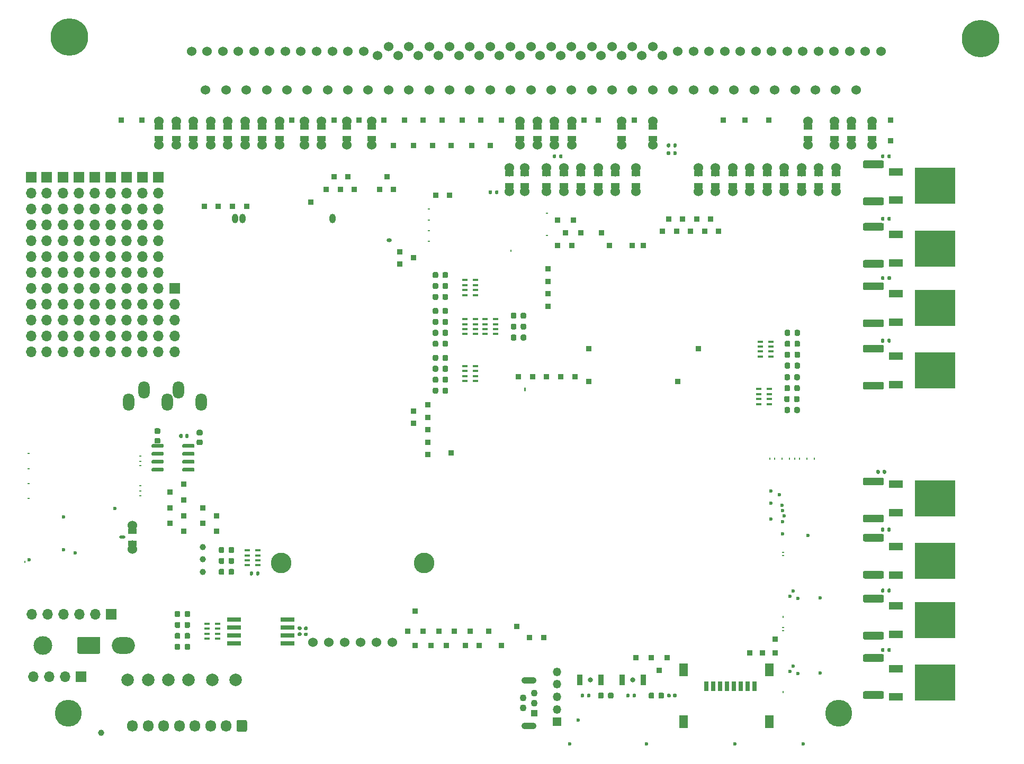
<source format=gts>
G04 #@! TF.GenerationSoftware,KiCad,Pcbnew,(5.99.0-11247-g3f6811f413)*
G04 #@! TF.CreationDate,2021-08-04T01:05:31+03:00*
G04 #@! TF.ProjectId,hellen88bmw,68656c6c-656e-4383-9862-6d772e6b6963,rev?*
G04 #@! TF.SameCoordinates,PX3d1b110PY9269338*
G04 #@! TF.FileFunction,Soldermask,Top*
G04 #@! TF.FilePolarity,Negative*
%FSLAX46Y46*%
G04 Gerber Fmt 4.6, Leading zero omitted, Abs format (unit mm)*
G04 Created by KiCad (PCBNEW (5.99.0-11247-g3f6811f413)) date 2021-08-04 01:05:31*
%MOMM*%
%LPD*%
G01*
G04 APERTURE LIST*
%ADD10R,0.850000X0.850000*%
%ADD11C,6.000000*%
%ADD12C,1.524000*%
%ADD13R,1.397000X0.889000*%
%ADD14R,0.203200X1.524000*%
%ADD15R,2.200000X1.200000*%
%ADD16R,6.400000X5.800000*%
%ADD17R,0.800000X1.500000*%
%ADD18R,1.450000X2.000000*%
%ADD19R,1.700000X1.700000*%
%ADD20O,1.700000X1.700000*%
%ADD21R,2.160000X0.640000*%
%ADD22C,4.300000*%
%ADD23C,1.000000*%
%ADD24C,0.800000*%
%ADD25R,0.900000X1.700000*%
%ADD26R,0.900000X0.400000*%
%ADD27C,2.000000*%
%ADD28R,1.350000X1.350000*%
%ADD29O,1.350000X1.350000*%
%ADD30R,1.100000X1.100000*%
%ADD31C,1.100000*%
%ADD32O,2.400000X1.100000*%
%ADD33O,0.250000X0.499999*%
%ADD34O,0.499999X0.250000*%
%ADD35C,0.599999*%
%ADD36O,0.500000X0.250000*%
%ADD37O,0.250000X0.500000*%
%ADD38C,3.000000*%
%ADD39O,3.700000X2.700000*%
%ADD40O,1.700000X1.850000*%
%ADD41O,1.800000X2.800000*%
%ADD42C,3.302000*%
%ADD43O,1.000001X1.500000*%
%ADD44O,0.800001X0.599999*%
%ADD45O,1.000001X0.499999*%
%ADD46O,0.200000X0.499999*%
%ADD47O,0.200000X0.399999*%
G04 APERTURE END LIST*
D10*
G04 #@! TO.C,MMCU15*
X62926000Y16523000D03*
G04 #@! TD*
D11*
G04 #@! TO.C,\u002Aref1*
X7632400Y113856400D03*
X153342400Y113606400D03*
D12*
X27142400Y111606400D03*
X32142400Y111606400D03*
X37142400Y111606400D03*
X42142400Y111606400D03*
X47142400Y111606400D03*
X52142400Y111606400D03*
X56892400Y110856400D03*
X60142400Y110856400D03*
X63392400Y110856400D03*
X66642400Y110856400D03*
X69892400Y110856400D03*
X73142400Y110856400D03*
X76392400Y110856400D03*
X79642400Y110856400D03*
X82892400Y110856400D03*
X86142400Y110856400D03*
X89392400Y110856400D03*
X92642400Y110856400D03*
X95892400Y110856400D03*
X99142400Y110856400D03*
X102392400Y110856400D03*
X107392400Y111606400D03*
X112392400Y111606400D03*
X117392400Y111606400D03*
X122392400Y111606400D03*
X127392400Y111606400D03*
X132392400Y111606400D03*
X137392400Y111606400D03*
X29642400Y111606400D03*
X34642400Y111606400D03*
X39642400Y111606400D03*
X44642400Y111606400D03*
X49642400Y111606400D03*
X54642400Y111606400D03*
X58642400Y112356400D03*
X61892400Y112356400D03*
X65142400Y112356400D03*
X68392400Y112356400D03*
X71642400Y112356400D03*
X74892400Y112356400D03*
X78142400Y112356400D03*
X81392400Y112356400D03*
X84642400Y112356400D03*
X87892400Y112356400D03*
X91142400Y112356400D03*
X94392400Y112356400D03*
X97642400Y112356400D03*
X100892400Y112356400D03*
X104892400Y111606400D03*
X109892400Y111606400D03*
X114892400Y111606400D03*
X119892400Y111606400D03*
X124892400Y111606400D03*
X129892400Y111606400D03*
X134892400Y111606400D03*
X29392400Y105356400D03*
X32642400Y105356400D03*
X35892400Y105356400D03*
X39142400Y105356400D03*
X42392400Y105356400D03*
X45642400Y105356400D03*
X48892400Y105356400D03*
X52142400Y105356400D03*
X55392400Y105356400D03*
X58642400Y105356400D03*
X61892400Y105356400D03*
X65142400Y105356400D03*
X68392400Y105356400D03*
X71642400Y105356400D03*
X74892400Y105356400D03*
X78142400Y105356400D03*
X81392400Y105356400D03*
X84642400Y105356400D03*
X87892400Y105356400D03*
X91142400Y105356400D03*
X94392400Y105356400D03*
X97642400Y105356400D03*
X100892400Y105356400D03*
X104142400Y105356400D03*
X107392400Y105356400D03*
X110642400Y105356400D03*
X113892400Y105356400D03*
X117142400Y105356400D03*
X120392400Y105356400D03*
X123642400Y105356400D03*
X126892400Y105356400D03*
X130142400Y105356400D03*
X133392400Y105356400D03*
G04 #@! TD*
D13*
G04 #@! TO.C,JP1*
X21926000Y99475500D03*
D12*
X21926000Y100428000D03*
D14*
X21926000Y99793000D03*
X21926000Y97253000D03*
D12*
X21926000Y96618000D03*
D13*
X21926000Y97570500D03*
G04 #@! TD*
G04 #@! TO.C,JP3*
X30176000Y99475500D03*
D12*
X30176000Y100428000D03*
D14*
X30176000Y99793000D03*
D12*
X30176000Y96618000D03*
D14*
X30176000Y97253000D03*
D13*
X30176000Y97570500D03*
G04 #@! TD*
G04 #@! TO.C,JP4*
X35676000Y99475500D03*
D12*
X35676000Y100428000D03*
D14*
X35676000Y99793000D03*
D13*
X35676000Y97570500D03*
D12*
X35676000Y96618000D03*
D14*
X35676000Y97253000D03*
G04 #@! TD*
G04 #@! TO.C,JP5*
X45176000Y99793000D03*
D12*
X45176000Y100428000D03*
D13*
X45176000Y99475500D03*
D14*
X45176000Y97253000D03*
D13*
X45176000Y97570500D03*
D12*
X45176000Y96618000D03*
G04 #@! TD*
G04 #@! TO.C,JP7*
X51926000Y100428000D03*
D13*
X51926000Y99475500D03*
D14*
X51926000Y99793000D03*
D13*
X51926000Y97570500D03*
D14*
X51926000Y97253000D03*
D12*
X51926000Y96618000D03*
G04 #@! TD*
D13*
G04 #@! TO.C,JP14*
X79676000Y99475500D03*
D12*
X79676000Y100428000D03*
D14*
X79676000Y99793000D03*
D13*
X79676000Y97570500D03*
D14*
X79676000Y97253000D03*
D12*
X79676000Y96618000D03*
G04 #@! TD*
D14*
G04 #@! TO.C,JP16*
X85176000Y99793000D03*
D12*
X85176000Y100428000D03*
D13*
X85176000Y99475500D03*
X85176000Y97570500D03*
D12*
X85176000Y96618000D03*
D14*
X85176000Y97253000D03*
G04 #@! TD*
G04 #@! TO.C,JP17*
X87926000Y99793000D03*
D13*
X87926000Y99475500D03*
D12*
X87926000Y100428000D03*
D13*
X87926000Y97570500D03*
D14*
X87926000Y97253000D03*
D12*
X87926000Y96618000D03*
G04 #@! TD*
D14*
G04 #@! TO.C,JP20*
X94926000Y92293000D03*
D13*
X94926000Y91975500D03*
D12*
X94926000Y92928000D03*
D13*
X94926000Y90070500D03*
D14*
X94926000Y89753000D03*
D12*
X94926000Y89118000D03*
G04 #@! TD*
D14*
G04 #@! TO.C,JP21*
X98176000Y92293000D03*
D13*
X98176000Y91975500D03*
D12*
X98176000Y92928000D03*
X98176000Y89118000D03*
D14*
X98176000Y89753000D03*
D13*
X98176000Y90070500D03*
G04 #@! TD*
D12*
G04 #@! TO.C,JP22*
X110926000Y92928000D03*
D13*
X110926000Y91975500D03*
D14*
X110926000Y92293000D03*
D12*
X110926000Y89118000D03*
D13*
X110926000Y90070500D03*
D14*
X110926000Y89753000D03*
G04 #@! TD*
D13*
G04 #@! TO.C,JP23*
X116426000Y91975500D03*
D14*
X116426000Y92293000D03*
D12*
X116426000Y92928000D03*
X116426000Y89118000D03*
D14*
X116426000Y89753000D03*
D13*
X116426000Y90070500D03*
G04 #@! TD*
G04 #@! TO.C,JP24*
X121926000Y91975500D03*
D14*
X121926000Y92293000D03*
D12*
X121926000Y92928000D03*
X121926000Y89118000D03*
D13*
X121926000Y90070500D03*
D14*
X121926000Y89753000D03*
G04 #@! TD*
G04 #@! TO.C,JP25*
X125676000Y99793000D03*
D13*
X125676000Y99475500D03*
D12*
X125676000Y100428000D03*
X125676000Y96618000D03*
D13*
X125676000Y97570500D03*
D14*
X125676000Y97253000D03*
G04 #@! TD*
D12*
G04 #@! TO.C,JP26*
X129926000Y100428000D03*
D14*
X129926000Y99793000D03*
D13*
X129926000Y99475500D03*
D14*
X129926000Y97253000D03*
D12*
X129926000Y96618000D03*
D13*
X129926000Y97570500D03*
G04 #@! TD*
D12*
G04 #@! TO.C,JP27*
X135926000Y100428000D03*
D13*
X135926000Y99475500D03*
D14*
X135926000Y99793000D03*
D13*
X135926000Y97570500D03*
D12*
X135926000Y96618000D03*
D14*
X135926000Y97253000D03*
G04 #@! TD*
D13*
G04 #@! TO.C,JP29*
X24676000Y99475500D03*
D12*
X24676000Y100428000D03*
D14*
X24676000Y99793000D03*
D12*
X24676000Y96618000D03*
D14*
X24676000Y97253000D03*
D13*
X24676000Y97570500D03*
G04 #@! TD*
G04 #@! TO.C,JP31*
X32926000Y99475500D03*
D12*
X32926000Y100428000D03*
D14*
X32926000Y99793000D03*
D12*
X32926000Y96618000D03*
D13*
X32926000Y97570500D03*
D14*
X32926000Y97253000D03*
G04 #@! TD*
D13*
G04 #@! TO.C,JP32*
X41176000Y99475500D03*
D12*
X41176000Y100428000D03*
D14*
X41176000Y99793000D03*
D12*
X41176000Y96618000D03*
D13*
X41176000Y97570500D03*
D14*
X41176000Y97253000D03*
G04 #@! TD*
D13*
G04 #@! TO.C,JP33*
X47926000Y99475500D03*
D14*
X47926000Y99793000D03*
D12*
X47926000Y100428000D03*
D14*
X47926000Y97253000D03*
D13*
X47926000Y97570500D03*
D12*
X47926000Y96618000D03*
G04 #@! TD*
G04 #@! TO.C,JP35*
X55926000Y100428000D03*
D14*
X55926000Y99793000D03*
D13*
X55926000Y99475500D03*
D14*
X55926000Y97253000D03*
D13*
X55926000Y97570500D03*
D12*
X55926000Y96618000D03*
G04 #@! TD*
D13*
G04 #@! TO.C,JP41*
X77926000Y91975500D03*
D14*
X77926000Y92293000D03*
D12*
X77926000Y92928000D03*
D13*
X77926000Y90070500D03*
D12*
X77926000Y89118000D03*
D14*
X77926000Y89753000D03*
G04 #@! TD*
D13*
G04 #@! TO.C,JP42*
X80426000Y91975500D03*
D14*
X80426000Y92293000D03*
D12*
X80426000Y92928000D03*
D13*
X80426000Y90070500D03*
D14*
X80426000Y89753000D03*
D12*
X80426000Y89118000D03*
G04 #@! TD*
G04 #@! TO.C,JP43*
X82426000Y100428000D03*
D14*
X82426000Y99793000D03*
D13*
X82426000Y99475500D03*
D12*
X82426000Y96618000D03*
D14*
X82426000Y97253000D03*
D13*
X82426000Y97570500D03*
G04 #@! TD*
D14*
G04 #@! TO.C,JP44*
X86676000Y92293000D03*
D12*
X86676000Y92928000D03*
D13*
X86676000Y91975500D03*
D14*
X86676000Y89753000D03*
D13*
X86676000Y90070500D03*
D12*
X86676000Y89118000D03*
G04 #@! TD*
D13*
G04 #@! TO.C,JP46*
X89426000Y91975500D03*
D12*
X89426000Y92928000D03*
D14*
X89426000Y92293000D03*
D12*
X89426000Y89118000D03*
D14*
X89426000Y89753000D03*
D13*
X89426000Y90070500D03*
G04 #@! TD*
D14*
G04 #@! TO.C,JP47*
X92176000Y92293000D03*
D13*
X92176000Y91975500D03*
D12*
X92176000Y92928000D03*
D13*
X92176000Y90070500D03*
D14*
X92176000Y89753000D03*
D12*
X92176000Y89118000D03*
G04 #@! TD*
G04 #@! TO.C,JP50*
X113676000Y92928000D03*
D14*
X113676000Y92293000D03*
D13*
X113676000Y91975500D03*
D12*
X113676000Y89118000D03*
D13*
X113676000Y90070500D03*
D14*
X113676000Y89753000D03*
G04 #@! TD*
D13*
G04 #@! TO.C,JP51*
X119176000Y91975500D03*
D12*
X119176000Y92928000D03*
D14*
X119176000Y92293000D03*
D12*
X119176000Y89118000D03*
D14*
X119176000Y89753000D03*
D13*
X119176000Y90070500D03*
G04 #@! TD*
G04 #@! TO.C,JP52*
X124676000Y91975500D03*
D14*
X124676000Y92293000D03*
D12*
X124676000Y92928000D03*
D14*
X124676000Y89753000D03*
D13*
X124676000Y90070500D03*
D12*
X124676000Y89118000D03*
G04 #@! TD*
D14*
G04 #@! TO.C,JP54*
X132676000Y99793000D03*
D13*
X132676000Y99475500D03*
D12*
X132676000Y100428000D03*
X132676000Y96618000D03*
D14*
X132676000Y97253000D03*
D13*
X132676000Y97570500D03*
G04 #@! TD*
G04 #@! TO.C,JP56*
X27426000Y99475500D03*
D12*
X27426000Y100428000D03*
D14*
X27426000Y99793000D03*
D13*
X27426000Y97570500D03*
D14*
X27426000Y97253000D03*
D12*
X27426000Y96618000D03*
G04 #@! TD*
D14*
G04 #@! TO.C,JP73*
X83926000Y92293000D03*
D12*
X83926000Y92928000D03*
D13*
X83926000Y91975500D03*
D14*
X83926000Y89753000D03*
D12*
X83926000Y89118000D03*
D13*
X83926000Y90070500D03*
G04 #@! TD*
D12*
G04 #@! TO.C,JP77*
X95926000Y100428000D03*
D14*
X95926000Y99793000D03*
D13*
X95926000Y99475500D03*
X95926000Y97570500D03*
D12*
X95926000Y96618000D03*
D14*
X95926000Y97253000D03*
G04 #@! TD*
D12*
G04 #@! TO.C,JP78*
X100926000Y100428000D03*
D13*
X100926000Y99475500D03*
D14*
X100926000Y99793000D03*
D12*
X100926000Y96618000D03*
D13*
X100926000Y97570500D03*
D14*
X100926000Y97253000D03*
G04 #@! TD*
D13*
G04 #@! TO.C,JP85*
X130176000Y91975500D03*
D14*
X130176000Y92293000D03*
D12*
X130176000Y92928000D03*
D13*
X130176000Y90070500D03*
D12*
X130176000Y89118000D03*
D14*
X130176000Y89753000D03*
G04 #@! TD*
G04 #@! TO.C,JP86*
X127426000Y92293000D03*
D13*
X127426000Y91975500D03*
D12*
X127426000Y92928000D03*
D13*
X127426000Y90070500D03*
D14*
X127426000Y89753000D03*
D12*
X127426000Y89118000D03*
G04 #@! TD*
D14*
G04 #@! TO.C,JP59*
X38426000Y99793000D03*
D12*
X38426000Y100428000D03*
D13*
X38426000Y99475500D03*
D14*
X38426000Y97253000D03*
D12*
X38426000Y96618000D03*
D13*
X38426000Y97570500D03*
G04 #@! TD*
D14*
G04 #@! TO.C,JP49*
X108176000Y92293000D03*
D13*
X108176000Y91975500D03*
D12*
X108176000Y92928000D03*
D13*
X108176000Y90070500D03*
D12*
X108176000Y89118000D03*
D14*
X108176000Y89753000D03*
G04 #@! TD*
D15*
G04 #@! TO.C,Q1*
X139726000Y32303000D03*
D16*
X146026000Y30023000D03*
D15*
X139726000Y27743000D03*
G04 #@! TD*
G04 #@! TO.C,Q6*
X139726000Y92303000D03*
D16*
X146026000Y90023000D03*
D15*
X139726000Y87743000D03*
G04 #@! TD*
G04 #@! TO.C,Q2*
X139726000Y42303000D03*
D16*
X146026000Y40023000D03*
D15*
X139726000Y37743000D03*
G04 #@! TD*
G04 #@! TO.C,Q5*
X139726000Y82303000D03*
D16*
X146026000Y80023000D03*
D15*
X139726000Y77743000D03*
G04 #@! TD*
G04 #@! TO.C,Q3*
X139726000Y62803000D03*
D16*
X146026000Y60523000D03*
D15*
X139726000Y58243000D03*
G04 #@! TD*
G04 #@! TO.C,Q4*
X139726000Y72803000D03*
D16*
X146026000Y70523000D03*
D15*
X139726000Y68243000D03*
G04 #@! TD*
D17*
G04 #@! TO.C,J3*
X109476000Y9973000D03*
X110576000Y9973000D03*
X111676000Y9973000D03*
X112776000Y9973000D03*
X113876000Y9973000D03*
X114976000Y9973000D03*
X116076000Y9973000D03*
X117176000Y9973000D03*
D18*
X119551000Y4273000D03*
X105801000Y4273000D03*
X119551000Y12573000D03*
X105801000Y12573000D03*
G04 #@! TD*
G04 #@! TO.C,C1*
G36*
G01*
X45596000Y17993000D02*
X45256000Y17993000D01*
G75*
G02*
X45116000Y18133000I0J140000D01*
G01*
X45116000Y18413000D01*
G75*
G02*
X45256000Y18553000I140000J0D01*
G01*
X45596000Y18553000D01*
G75*
G02*
X45736000Y18413000I0J-140000D01*
G01*
X45736000Y18133000D01*
G75*
G02*
X45596000Y17993000I-140000J0D01*
G01*
G37*
G36*
G01*
X45596000Y18953000D02*
X45256000Y18953000D01*
G75*
G02*
X45116000Y19093000I0J140000D01*
G01*
X45116000Y19373000D01*
G75*
G02*
X45256000Y19513000I140000J0D01*
G01*
X45596000Y19513000D01*
G75*
G02*
X45736000Y19373000I0J-140000D01*
G01*
X45736000Y19093000D01*
G75*
G02*
X45596000Y18953000I-140000J0D01*
G01*
G37*
G04 #@! TD*
G04 #@! TO.C,C2*
G36*
G01*
X44596000Y18013000D02*
X44256000Y18013000D01*
G75*
G02*
X44116000Y18153000I0J140000D01*
G01*
X44116000Y18433000D01*
G75*
G02*
X44256000Y18573000I140000J0D01*
G01*
X44596000Y18573000D01*
G75*
G02*
X44736000Y18433000I0J-140000D01*
G01*
X44736000Y18153000D01*
G75*
G02*
X44596000Y18013000I-140000J0D01*
G01*
G37*
G36*
G01*
X44596000Y18973000D02*
X44256000Y18973000D01*
G75*
G02*
X44116000Y19113000I0J140000D01*
G01*
X44116000Y19393000D01*
G75*
G02*
X44256000Y19533000I140000J0D01*
G01*
X44596000Y19533000D01*
G75*
G02*
X44736000Y19393000I0J-140000D01*
G01*
X44736000Y19113000D01*
G75*
G02*
X44596000Y18973000I-140000J0D01*
G01*
G37*
G04 #@! TD*
D19*
G04 #@! TO.C,J4*
X24476000Y73653000D03*
D20*
X24476000Y71113000D03*
X24476000Y68573000D03*
X24476000Y66033000D03*
X24476000Y63493000D03*
G04 #@! TD*
D19*
G04 #@! TO.C,J5*
X1516000Y91433000D03*
D20*
X1516000Y88893000D03*
X1516000Y86353000D03*
X1516000Y83813000D03*
X1516000Y81273000D03*
X1516000Y78733000D03*
X1516000Y76193000D03*
X1516000Y73653000D03*
X1516000Y71113000D03*
X1516000Y68573000D03*
X1516000Y66033000D03*
X1516000Y63493000D03*
G04 #@! TD*
D19*
G04 #@! TO.C,J6*
X3976001Y91433000D03*
D20*
X3976001Y88893000D03*
X3976001Y86353000D03*
X3976001Y83813000D03*
X3976001Y81273000D03*
X3976001Y78733000D03*
X3976001Y76193000D03*
X3976001Y73653000D03*
X3976001Y71113000D03*
X3976001Y68573000D03*
X3976001Y66033000D03*
X3976001Y63493000D03*
G04 #@! TD*
D19*
G04 #@! TO.C,J7*
X6596000Y91433000D03*
D20*
X6596000Y88893000D03*
X6596000Y86353000D03*
X6596000Y83813000D03*
X6596000Y81273000D03*
X6596000Y78733000D03*
X6596000Y76193000D03*
X6596000Y73653000D03*
X6596000Y71113000D03*
X6596000Y68573000D03*
X6596000Y66033000D03*
X6596000Y63493000D03*
G04 #@! TD*
D19*
G04 #@! TO.C,J8*
X9136000Y91433000D03*
D20*
X9136000Y88893000D03*
X9136000Y86353000D03*
X9136000Y83813000D03*
X9136000Y81273000D03*
X9136000Y78733000D03*
X9136000Y76193000D03*
X9136000Y73653000D03*
X9136000Y71113000D03*
X9136000Y68573000D03*
X9136000Y66033000D03*
X9136000Y63493000D03*
G04 #@! TD*
D19*
G04 #@! TO.C,J9*
X11676000Y91433000D03*
D20*
X11676000Y88893000D03*
X11676000Y86353000D03*
X11676000Y83813000D03*
X11676000Y81273000D03*
X11676000Y78733000D03*
X11676000Y76193000D03*
X11676000Y73653000D03*
X11676000Y71113000D03*
X11676000Y68573000D03*
X11676000Y66033000D03*
X11676000Y63493000D03*
G04 #@! TD*
D19*
G04 #@! TO.C,J10*
X14216000Y91433000D03*
D20*
X14216000Y88893000D03*
X14216000Y86353000D03*
X14216000Y83813000D03*
X14216000Y81273000D03*
X14216000Y78733000D03*
X14216000Y76193000D03*
X14216000Y73653000D03*
X14216000Y71113000D03*
X14216000Y68573000D03*
X14216000Y66033000D03*
X14216000Y63493000D03*
G04 #@! TD*
D19*
G04 #@! TO.C,J11*
X16756000Y91433000D03*
D20*
X16756000Y88893000D03*
X16756000Y86353000D03*
X16756000Y83813000D03*
X16756000Y81273000D03*
X16756000Y78733000D03*
X16756000Y76193000D03*
X16756000Y73653000D03*
X16756000Y71113000D03*
X16756000Y68573000D03*
X16756000Y66033000D03*
X16756000Y63493000D03*
G04 #@! TD*
D19*
G04 #@! TO.C,J12*
X19296000Y91433000D03*
D20*
X19296000Y88893000D03*
X19296000Y86353000D03*
X19296000Y83813000D03*
X19296000Y81273000D03*
X19296000Y78733000D03*
X19296000Y76193000D03*
X19296000Y73653000D03*
X19296000Y71113000D03*
X19296000Y68573000D03*
X19296000Y66033000D03*
X19296000Y63493000D03*
G04 #@! TD*
D19*
G04 #@! TO.C,J13*
X21836000Y91433000D03*
D20*
X21836000Y88893000D03*
X21836000Y86353000D03*
X21836000Y83813000D03*
X21836000Y81273000D03*
X21836000Y78733000D03*
X21836000Y76193000D03*
X21836000Y73653000D03*
X21836000Y71113000D03*
X21836000Y68573000D03*
X21836000Y66033000D03*
X21836000Y63493000D03*
G04 #@! TD*
D21*
G04 #@! TO.C,U1*
X42446000Y16868000D03*
X42446000Y18138000D03*
X42446000Y19408000D03*
X42446000Y20678000D03*
X33906000Y20678000D03*
X33906000Y19408000D03*
X33906000Y18138000D03*
X33906000Y16868000D03*
G04 #@! TD*
D22*
G04 #@! TO.C,H1*
X130622000Y5663000D03*
G04 #@! TD*
G04 #@! TO.C,H2*
X7432000Y5663000D03*
G04 #@! TD*
G04 #@! TO.C,R1*
G36*
G01*
X96646000Y8288000D02*
X96646000Y8658000D01*
G75*
G02*
X96781000Y8793000I135000J0D01*
G01*
X97051000Y8793000D01*
G75*
G02*
X97186000Y8658000I0J-135000D01*
G01*
X97186000Y8288000D01*
G75*
G02*
X97051000Y8153000I-135000J0D01*
G01*
X96781000Y8153000D01*
G75*
G02*
X96646000Y8288000I0J135000D01*
G01*
G37*
G36*
G01*
X97666000Y8288000D02*
X97666000Y8658000D01*
G75*
G02*
X97801000Y8793000I135000J0D01*
G01*
X98071000Y8793000D01*
G75*
G02*
X98206000Y8658000I0J-135000D01*
G01*
X98206000Y8288000D01*
G75*
G02*
X98071000Y8153000I-135000J0D01*
G01*
X97801000Y8153000D01*
G75*
G02*
X97666000Y8288000I0J135000D01*
G01*
G37*
G04 #@! TD*
G04 #@! TO.C,D14*
G36*
G01*
X26901000Y16529250D02*
X26901000Y16016750D01*
G75*
G02*
X26682250Y15798000I-218750J0D01*
G01*
X26244750Y15798000D01*
G75*
G02*
X26026000Y16016750I0J218750D01*
G01*
X26026000Y16529250D01*
G75*
G02*
X26244750Y16748000I218750J0D01*
G01*
X26682250Y16748000D01*
G75*
G02*
X26901000Y16529250I0J-218750D01*
G01*
G37*
G36*
G01*
X25326000Y16529250D02*
X25326000Y16016750D01*
G75*
G02*
X25107250Y15798000I-218750J0D01*
G01*
X24669750Y15798000D01*
G75*
G02*
X24451000Y16016750I0J218750D01*
G01*
X24451000Y16529250D01*
G75*
G02*
X24669750Y16748000I218750J0D01*
G01*
X25107250Y16748000D01*
G75*
G02*
X25326000Y16529250I0J-218750D01*
G01*
G37*
G04 #@! TD*
G04 #@! TO.C,R10*
G36*
G01*
X137601000Y17448000D02*
X134751000Y17448000D01*
G75*
G02*
X134501000Y17698000I0J250000D01*
G01*
X134501000Y18423000D01*
G75*
G02*
X134751000Y18673000I250000J0D01*
G01*
X137601000Y18673000D01*
G75*
G02*
X137851000Y18423000I0J-250000D01*
G01*
X137851000Y17698000D01*
G75*
G02*
X137601000Y17448000I-250000J0D01*
G01*
G37*
G36*
G01*
X137601000Y23373000D02*
X134751000Y23373000D01*
G75*
G02*
X134501000Y23623000I0J250000D01*
G01*
X134501000Y24348000D01*
G75*
G02*
X134751000Y24598000I250000J0D01*
G01*
X137601000Y24598000D01*
G75*
G02*
X137851000Y24348000I0J-250000D01*
G01*
X137851000Y23623000D01*
G75*
G02*
X137601000Y23373000I-250000J0D01*
G01*
G37*
G04 #@! TD*
D10*
G04 #@! TO.C,VOUT18*
X52176000Y91474215D03*
G04 #@! TD*
G04 #@! TO.C,D23*
G36*
G01*
X121988500Y66266750D02*
X121988500Y66779250D01*
G75*
G02*
X122207250Y66998000I218750J0D01*
G01*
X122644750Y66998000D01*
G75*
G02*
X122863500Y66779250I0J-218750D01*
G01*
X122863500Y66266750D01*
G75*
G02*
X122644750Y66048000I-218750J0D01*
G01*
X122207250Y66048000D01*
G75*
G02*
X121988500Y66266750I0J218750D01*
G01*
G37*
G36*
G01*
X123563500Y66266750D02*
X123563500Y66779250D01*
G75*
G02*
X123782250Y66998000I218750J0D01*
G01*
X124219750Y66998000D01*
G75*
G02*
X124438500Y66779250I0J-218750D01*
G01*
X124438500Y66266750D01*
G75*
G02*
X124219750Y66048000I-218750J0D01*
G01*
X123782250Y66048000D01*
G75*
G02*
X123563500Y66266750I0J218750D01*
G01*
G37*
G04 #@! TD*
G04 #@! TO.C,VOUT27*
X28926000Y38523000D03*
G04 #@! TD*
G04 #@! TO.C,VIN16*
X84176000Y76773000D03*
G04 #@! TD*
G04 #@! TO.C,D25*
G36*
G01*
X68151000Y66779250D02*
X68151000Y66266750D01*
G75*
G02*
X67932250Y66048000I-218750J0D01*
G01*
X67494750Y66048000D01*
G75*
G02*
X67276000Y66266750I0J218750D01*
G01*
X67276000Y66779250D01*
G75*
G02*
X67494750Y66998000I218750J0D01*
G01*
X67932250Y66998000D01*
G75*
G02*
X68151000Y66779250I0J-218750D01*
G01*
G37*
G36*
G01*
X66576000Y66779250D02*
X66576000Y66266750D01*
G75*
G02*
X66357250Y66048000I-218750J0D01*
G01*
X65919750Y66048000D01*
G75*
G02*
X65701000Y66266750I0J218750D01*
G01*
X65701000Y66779250D01*
G75*
G02*
X65919750Y66998000I218750J0D01*
G01*
X66357250Y66998000D01*
G75*
G02*
X66576000Y66779250I0J-218750D01*
G01*
G37*
G04 #@! TD*
G04 #@! TO.C,VOUT20*
X46176000Y87474215D03*
G04 #@! TD*
G04 #@! TO.C,D8*
G36*
G01*
X78201000Y69016750D02*
X78201000Y69529250D01*
G75*
G02*
X78419750Y69748000I218750J0D01*
G01*
X78857250Y69748000D01*
G75*
G02*
X79076000Y69529250I0J-218750D01*
G01*
X79076000Y69016750D01*
G75*
G02*
X78857250Y68798000I-218750J0D01*
G01*
X78419750Y68798000D01*
G75*
G02*
X78201000Y69016750I0J218750D01*
G01*
G37*
G36*
G01*
X79776000Y69016750D02*
X79776000Y69529250D01*
G75*
G02*
X79994750Y69748000I218750J0D01*
G01*
X80432250Y69748000D01*
G75*
G02*
X80651000Y69529250I0J-218750D01*
G01*
X80651000Y69016750D01*
G75*
G02*
X80432250Y68798000I-218750J0D01*
G01*
X79994750Y68798000D01*
G75*
G02*
X79776000Y69016750I0J218750D01*
G01*
G37*
G04 #@! TD*
D23*
G04 #@! TO.C,TP4*
X12676000Y2523000D03*
G04 #@! TD*
D10*
G04 #@! TO.C,VOUT1*
X60426000Y77523000D03*
G04 #@! TD*
G04 #@! TO.C,D27*
G36*
G01*
X68151000Y59279250D02*
X68151000Y58766750D01*
G75*
G02*
X67932250Y58548000I-218750J0D01*
G01*
X67494750Y58548000D01*
G75*
G02*
X67276000Y58766750I0J218750D01*
G01*
X67276000Y59279250D01*
G75*
G02*
X67494750Y59498000I218750J0D01*
G01*
X67932250Y59498000D01*
G75*
G02*
X68151000Y59279250I0J-218750D01*
G01*
G37*
G36*
G01*
X66576000Y59279250D02*
X66576000Y58766750D01*
G75*
G02*
X66357250Y58548000I-218750J0D01*
G01*
X65919750Y58548000D01*
G75*
G02*
X65701000Y58766750I0J218750D01*
G01*
X65701000Y59279250D01*
G75*
G02*
X65919750Y59498000I218750J0D01*
G01*
X66357250Y59498000D01*
G75*
G02*
X66576000Y59279250I0J-218750D01*
G01*
G37*
G04 #@! TD*
G04 #@! TO.C,MMCU14*
X62926000Y22023000D03*
G04 #@! TD*
G04 #@! TO.C,VIN14*
X99346002Y80520316D03*
G04 #@! TD*
G04 #@! TO.C,MMCU4*
X118426000Y15273000D03*
G04 #@! TD*
G04 #@! TO.C,MMCU31*
X61676000Y18773000D03*
G04 #@! TD*
G04 #@! TO.C,cr8*
X15926000Y100523000D03*
G04 #@! TD*
G04 #@! TO.C,D29*
G36*
G01*
X68151000Y65029250D02*
X68151000Y64516750D01*
G75*
G02*
X67932250Y64298000I-218750J0D01*
G01*
X67494750Y64298000D01*
G75*
G02*
X67276000Y64516750I0J218750D01*
G01*
X67276000Y65029250D01*
G75*
G02*
X67494750Y65248000I218750J0D01*
G01*
X67932250Y65248000D01*
G75*
G02*
X68151000Y65029250I0J-218750D01*
G01*
G37*
G36*
G01*
X66576000Y65029250D02*
X66576000Y64516750D01*
G75*
G02*
X66357250Y64298000I-218750J0D01*
G01*
X65919750Y64298000D01*
G75*
G02*
X65701000Y64516750I0J218750D01*
G01*
X65701000Y65029250D01*
G75*
G02*
X65919750Y65248000I218750J0D01*
G01*
X66357250Y65248000D01*
G75*
G02*
X66576000Y65029250I0J-218750D01*
G01*
G37*
G04 #@! TD*
D24*
G04 #@! TO.C,SW2*
X97676000Y10973000D03*
D25*
X95976000Y10973000D03*
X99376000Y10973000D03*
G04 #@! TD*
G04 #@! TO.C,D1*
G36*
G01*
X94613500Y8729250D02*
X94613500Y8216750D01*
G75*
G02*
X94394750Y7998000I-218750J0D01*
G01*
X93957250Y7998000D01*
G75*
G02*
X93738500Y8216750I0J218750D01*
G01*
X93738500Y8729250D01*
G75*
G02*
X93957250Y8948000I218750J0D01*
G01*
X94394750Y8948000D01*
G75*
G02*
X94613500Y8729250I0J-218750D01*
G01*
G37*
G36*
G01*
X93038500Y8729250D02*
X93038500Y8216750D01*
G75*
G02*
X92819750Y7998000I-218750J0D01*
G01*
X92382250Y7998000D01*
G75*
G02*
X92163500Y8216750I0J218750D01*
G01*
X92163500Y8729250D01*
G75*
G02*
X92382250Y8948000I218750J0D01*
G01*
X92819750Y8948000D01*
G75*
G02*
X93038500Y8729250I0J-218750D01*
G01*
G37*
G04 #@! TD*
D10*
G04 #@! TO.C,MMCU28*
X66676000Y18773000D03*
G04 #@! TD*
G04 #@! TO.C,VOUT10*
X31176000Y34773000D03*
G04 #@! TD*
G04 #@! TO.C,cr1*
X70426000Y100523000D03*
G04 #@! TD*
G04 #@! TO.C,MMCU30*
X64176000Y18773000D03*
G04 #@! TD*
D26*
G04 #@! TO.C,RN7*
X72526000Y66323000D03*
X72526000Y67123000D03*
X72526000Y67923000D03*
X72526000Y68723000D03*
X70826000Y68723000D03*
X70826000Y67923000D03*
X70826000Y67123000D03*
X70826000Y66323000D03*
G04 #@! TD*
D15*
G04 #@! TO.C,Q7*
X139726000Y22803000D03*
D16*
X146026000Y20523000D03*
D15*
X139726000Y18243000D03*
G04 #@! TD*
D10*
G04 #@! TO.C,MMCU18*
X65426000Y16523000D03*
G04 #@! TD*
G04 #@! TO.C,VIN11*
X85676000Y84523000D03*
G04 #@! TD*
G04 #@! TO.C,VIN4*
X106926000Y82773000D03*
G04 #@! TD*
G04 #@! TO.C,cr11*
X67176000Y100523000D03*
G04 #@! TD*
D27*
G04 #@! TO.C,P3*
X26676000Y11023000D03*
G04 #@! TD*
D10*
G04 #@! TO.C,MMCU9*
X74676000Y18773000D03*
G04 #@! TD*
G04 #@! TO.C,VIN6*
X84176000Y70773000D03*
G04 #@! TD*
G04 #@! TO.C,D28*
G36*
G01*
X68151000Y68529250D02*
X68151000Y68016750D01*
G75*
G02*
X67932250Y67798000I-218750J0D01*
G01*
X67494750Y67798000D01*
G75*
G02*
X67276000Y68016750I0J218750D01*
G01*
X67276000Y68529250D01*
G75*
G02*
X67494750Y68748000I218750J0D01*
G01*
X67932250Y68748000D01*
G75*
G02*
X68151000Y68529250I0J-218750D01*
G01*
G37*
G36*
G01*
X66576000Y68529250D02*
X66576000Y68016750D01*
G75*
G02*
X66357250Y67798000I-218750J0D01*
G01*
X65919750Y67798000D01*
G75*
G02*
X65701000Y68016750I0J218750D01*
G01*
X65701000Y68529250D01*
G75*
G02*
X65919750Y68748000I218750J0D01*
G01*
X66357250Y68748000D01*
G75*
G02*
X66576000Y68529250I0J-218750D01*
G01*
G37*
G04 #@! TD*
G04 #@! TO.C,R9*
G36*
G01*
X137601000Y57448000D02*
X134751000Y57448000D01*
G75*
G02*
X134501000Y57698000I0J250000D01*
G01*
X134501000Y58423000D01*
G75*
G02*
X134751000Y58673000I250000J0D01*
G01*
X137601000Y58673000D01*
G75*
G02*
X137851000Y58423000I0J-250000D01*
G01*
X137851000Y57698000D01*
G75*
G02*
X137601000Y57448000I-250000J0D01*
G01*
G37*
G36*
G01*
X137601000Y63373000D02*
X134751000Y63373000D01*
G75*
G02*
X134501000Y63623000I0J250000D01*
G01*
X134501000Y64348000D01*
G75*
G02*
X134751000Y64598000I250000J0D01*
G01*
X137601000Y64598000D01*
G75*
G02*
X137851000Y64348000I0J-250000D01*
G01*
X137851000Y63623000D01*
G75*
G02*
X137601000Y63373000I-250000J0D01*
G01*
G37*
G04 #@! TD*
G04 #@! TO.C,D11*
G36*
G01*
X68151000Y76029250D02*
X68151000Y75516750D01*
G75*
G02*
X67932250Y75298000I-218750J0D01*
G01*
X67494750Y75298000D01*
G75*
G02*
X67276000Y75516750I0J218750D01*
G01*
X67276000Y76029250D01*
G75*
G02*
X67494750Y76248000I218750J0D01*
G01*
X67932250Y76248000D01*
G75*
G02*
X68151000Y76029250I0J-218750D01*
G01*
G37*
G36*
G01*
X66576000Y76029250D02*
X66576000Y75516750D01*
G75*
G02*
X66357250Y75298000I-218750J0D01*
G01*
X65919750Y75298000D01*
G75*
G02*
X65701000Y75516750I0J218750D01*
G01*
X65701000Y76029250D01*
G75*
G02*
X65919750Y76248000I218750J0D01*
G01*
X66357250Y76248000D01*
G75*
G02*
X66576000Y76029250I0J-218750D01*
G01*
G37*
G04 #@! TD*
G04 #@! TO.C,VOUT5*
X48676000Y89474215D03*
G04 #@! TD*
G04 #@! TO.C,VIN19*
X107926000Y84773000D03*
G04 #@! TD*
G04 #@! TO.C,D22*
G36*
G01*
X121988500Y62766750D02*
X121988500Y63279250D01*
G75*
G02*
X122207250Y63498000I218750J0D01*
G01*
X122644750Y63498000D01*
G75*
G02*
X122863500Y63279250I0J-218750D01*
G01*
X122863500Y62766750D01*
G75*
G02*
X122644750Y62548000I-218750J0D01*
G01*
X122207250Y62548000D01*
G75*
G02*
X121988500Y62766750I0J218750D01*
G01*
G37*
G36*
G01*
X123563500Y62766750D02*
X123563500Y63279250D01*
G75*
G02*
X123782250Y63498000I218750J0D01*
G01*
X124219750Y63498000D01*
G75*
G02*
X124438500Y63279250I0J-218750D01*
G01*
X124438500Y62766750D01*
G75*
G02*
X124219750Y62548000I-218750J0D01*
G01*
X123782250Y62548000D01*
G75*
G02*
X123563500Y62766750I0J218750D01*
G01*
G37*
G04 #@! TD*
G04 #@! TO.C,KNOCK_RAW2*
X74926000Y96523000D03*
G04 #@! TD*
D26*
G04 #@! TO.C,RN4*
X72526000Y72573000D03*
X72526000Y73373000D03*
X72526000Y74173000D03*
X72526000Y74973000D03*
X70826000Y74973000D03*
X70826000Y74173000D03*
X70826000Y73373000D03*
X70826000Y72573000D03*
G04 #@! TD*
D10*
G04 #@! TO.C,MMCU2*
X120426000Y17523000D03*
G04 #@! TD*
G04 #@! TO.C,VIN18*
X93926000Y80523000D03*
G04 #@! TD*
G04 #@! TO.C,MMCU7*
X79176000Y19523000D03*
G04 #@! TD*
G04 #@! TO.C,R26*
G36*
G01*
X104706000Y95458000D02*
X104706000Y95088000D01*
G75*
G02*
X104571000Y94953000I-135000J0D01*
G01*
X104301000Y94953000D01*
G75*
G02*
X104166000Y95088000I0J135000D01*
G01*
X104166000Y95458000D01*
G75*
G02*
X104301000Y95593000I135000J0D01*
G01*
X104571000Y95593000D01*
G75*
G02*
X104706000Y95458000I0J-135000D01*
G01*
G37*
G36*
G01*
X103686000Y95458000D02*
X103686000Y95088000D01*
G75*
G02*
X103551000Y94953000I-135000J0D01*
G01*
X103281000Y94953000D01*
G75*
G02*
X103146000Y95088000I0J135000D01*
G01*
X103146000Y95458000D01*
G75*
G02*
X103281000Y95593000I135000J0D01*
G01*
X103551000Y95593000D01*
G75*
G02*
X103686000Y95458000I0J-135000D01*
G01*
G37*
G04 #@! TD*
G04 #@! TO.C,R14*
G36*
G01*
X134751000Y15098000D02*
X137601000Y15098000D01*
G75*
G02*
X137851000Y14848000I0J-250000D01*
G01*
X137851000Y14123000D01*
G75*
G02*
X137601000Y13873000I-250000J0D01*
G01*
X134751000Y13873000D01*
G75*
G02*
X134501000Y14123000I0J250000D01*
G01*
X134501000Y14848000D01*
G75*
G02*
X134751000Y15098000I250000J0D01*
G01*
G37*
G36*
G01*
X134751000Y9173000D02*
X137601000Y9173000D01*
G75*
G02*
X137851000Y8923000I0J-250000D01*
G01*
X137851000Y8198000D01*
G75*
G02*
X137601000Y7948000I-250000J0D01*
G01*
X134751000Y7948000D01*
G75*
G02*
X134501000Y8198000I0J250000D01*
G01*
X134501000Y8923000D01*
G75*
G02*
X134751000Y9173000I250000J0D01*
G01*
G37*
G04 #@! TD*
D23*
G04 #@! TO.C,TP3*
X28963500Y30273000D03*
G04 #@! TD*
G04 #@! TO.C,D16*
G36*
G01*
X121951000Y53916750D02*
X121951000Y54429250D01*
G75*
G02*
X122169750Y54648000I218750J0D01*
G01*
X122607250Y54648000D01*
G75*
G02*
X122826000Y54429250I0J-218750D01*
G01*
X122826000Y53916750D01*
G75*
G02*
X122607250Y53698000I-218750J0D01*
G01*
X122169750Y53698000D01*
G75*
G02*
X121951000Y53916750I0J218750D01*
G01*
G37*
G36*
G01*
X123526000Y53916750D02*
X123526000Y54429250D01*
G75*
G02*
X123744750Y54648000I218750J0D01*
G01*
X124182250Y54648000D01*
G75*
G02*
X124401000Y54429250I0J-218750D01*
G01*
X124401000Y53916750D01*
G75*
G02*
X124182250Y53698000I-218750J0D01*
G01*
X123744750Y53698000D01*
G75*
G02*
X123526000Y53916750I0J218750D01*
G01*
G37*
G04 #@! TD*
D28*
G04 #@! TO.C,J2*
X85551000Y4273000D03*
D29*
X85551000Y6273000D03*
X85551000Y8273000D03*
X85551000Y10273000D03*
X85551000Y12273000D03*
G04 #@! TD*
D10*
G04 #@! TO.C,MMCU10*
X73176000Y16523000D03*
G04 #@! TD*
G04 #@! TO.C,VIN15*
X97596002Y80520316D03*
G04 #@! TD*
G04 #@! TO.C,MMCU29*
X64926000Y51023000D03*
G04 #@! TD*
G04 #@! TO.C,R4*
G36*
G01*
X74646000Y88838000D02*
X74646000Y89208000D01*
G75*
G02*
X74781000Y89343000I135000J0D01*
G01*
X75051000Y89343000D01*
G75*
G02*
X75186000Y89208000I0J-135000D01*
G01*
X75186000Y88838000D01*
G75*
G02*
X75051000Y88703000I-135000J0D01*
G01*
X74781000Y88703000D01*
G75*
G02*
X74646000Y88838000I0J135000D01*
G01*
G37*
G36*
G01*
X75666000Y88838000D02*
X75666000Y89208000D01*
G75*
G02*
X75801000Y89343000I135000J0D01*
G01*
X76071000Y89343000D01*
G75*
G02*
X76206000Y89208000I0J-135000D01*
G01*
X76206000Y88838000D01*
G75*
G02*
X76071000Y88703000I-135000J0D01*
G01*
X75801000Y88703000D01*
G75*
G02*
X75666000Y88838000I0J135000D01*
G01*
G37*
G04 #@! TD*
G04 #@! TO.C,R7*
G36*
G01*
X137601000Y27198000D02*
X134751000Y27198000D01*
G75*
G02*
X134501000Y27448000I0J250000D01*
G01*
X134501000Y28173000D01*
G75*
G02*
X134751000Y28423000I250000J0D01*
G01*
X137601000Y28423000D01*
G75*
G02*
X137851000Y28173000I0J-250000D01*
G01*
X137851000Y27448000D01*
G75*
G02*
X137601000Y27198000I-250000J0D01*
G01*
G37*
G36*
G01*
X137601000Y33123000D02*
X134751000Y33123000D01*
G75*
G02*
X134501000Y33373000I0J250000D01*
G01*
X134501000Y34098000D01*
G75*
G02*
X134751000Y34348000I250000J0D01*
G01*
X137601000Y34348000D01*
G75*
G02*
X137851000Y34098000I0J-250000D01*
G01*
X137851000Y33373000D01*
G75*
G02*
X137601000Y33123000I-250000J0D01*
G01*
G37*
G04 #@! TD*
D26*
G04 #@! TO.C,RN5*
X117826000Y57523000D03*
X117826000Y56723000D03*
X117826000Y55923000D03*
X117826000Y55123000D03*
X119526000Y55123000D03*
X119526000Y55923000D03*
X119526000Y56723000D03*
X119526000Y57523000D03*
G04 #@! TD*
D10*
G04 #@! TO.C,VIN21*
X109176000Y82773000D03*
G04 #@! TD*
G04 #@! TO.C,VIN7*
X90676000Y64023000D03*
G04 #@! TD*
G04 #@! TO.C,R18*
G36*
G01*
X136646000Y44088000D02*
X136646000Y44458000D01*
G75*
G02*
X136781000Y44593000I135000J0D01*
G01*
X137051000Y44593000D01*
G75*
G02*
X137186000Y44458000I0J-135000D01*
G01*
X137186000Y44088000D01*
G75*
G02*
X137051000Y43953000I-135000J0D01*
G01*
X136781000Y43953000D01*
G75*
G02*
X136646000Y44088000I0J135000D01*
G01*
G37*
G36*
G01*
X137666000Y44088000D02*
X137666000Y44458000D01*
G75*
G02*
X137801000Y44593000I135000J0D01*
G01*
X138071000Y44593000D01*
G75*
G02*
X138206000Y44458000I0J-135000D01*
G01*
X138206000Y44088000D01*
G75*
G02*
X138071000Y43953000I-135000J0D01*
G01*
X137801000Y43953000D01*
G75*
G02*
X137666000Y44088000I0J135000D01*
G01*
G37*
G04 #@! TD*
G04 #@! TO.C,VOUT19*
X57176000Y89474215D03*
G04 #@! TD*
G04 #@! TO.C,MMCU17*
X104926000Y58773000D03*
G04 #@! TD*
G04 #@! TO.C,R5*
G36*
G01*
X84906000Y94588000D02*
X84906000Y94958000D01*
G75*
G02*
X85041000Y95093000I135000J0D01*
G01*
X85311000Y95093000D01*
G75*
G02*
X85446000Y94958000I0J-135000D01*
G01*
X85446000Y94588000D01*
G75*
G02*
X85311000Y94453000I-135000J0D01*
G01*
X85041000Y94453000D01*
G75*
G02*
X84906000Y94588000I0J135000D01*
G01*
G37*
G36*
G01*
X85926000Y94588000D02*
X85926000Y94958000D01*
G75*
G02*
X86061000Y95093000I135000J0D01*
G01*
X86331000Y95093000D01*
G75*
G02*
X86466000Y94958000I0J-135000D01*
G01*
X86466000Y94588000D01*
G75*
G02*
X86331000Y94453000I-135000J0D01*
G01*
X86061000Y94453000D01*
G75*
G02*
X85926000Y94588000I0J135000D01*
G01*
G37*
G04 #@! TD*
G04 #@! TO.C,cr15*
X57926000Y100523000D03*
G04 #@! TD*
G04 #@! TO.C,MMCU8*
X76676000Y16523000D03*
G04 #@! TD*
G04 #@! TO.C,cr20*
X115676000Y100523000D03*
G04 #@! TD*
G04 #@! TO.C,R12*
G36*
G01*
X134751000Y84098000D02*
X137601000Y84098000D01*
G75*
G02*
X137851000Y83848000I0J-250000D01*
G01*
X137851000Y83123000D01*
G75*
G02*
X137601000Y82873000I-250000J0D01*
G01*
X134751000Y82873000D01*
G75*
G02*
X134501000Y83123000I0J250000D01*
G01*
X134501000Y83848000D01*
G75*
G02*
X134751000Y84098000I250000J0D01*
G01*
G37*
G36*
G01*
X134751000Y78173000D02*
X137601000Y78173000D01*
G75*
G02*
X137851000Y77923000I0J-250000D01*
G01*
X137851000Y77198000D01*
G75*
G02*
X137601000Y76948000I-250000J0D01*
G01*
X134751000Y76948000D01*
G75*
G02*
X134501000Y77198000I0J250000D01*
G01*
X134501000Y77923000D01*
G75*
G02*
X134751000Y78173000I250000J0D01*
G01*
G37*
G04 #@! TD*
D26*
G04 #@! TO.C,RN6*
X118076000Y65123000D03*
X118076000Y64323000D03*
X118076000Y63523000D03*
X118076000Y62723000D03*
X119776000Y62723000D03*
X119776000Y63523000D03*
X119776000Y64323000D03*
X119776000Y65123000D03*
G04 #@! TD*
D10*
G04 #@! TO.C,VIN10*
X89426000Y82523000D03*
G04 #@! TD*
G04 #@! TO.C,D3*
G36*
G01*
X78201000Y67266750D02*
X78201000Y67779250D01*
G75*
G02*
X78419750Y67998000I218750J0D01*
G01*
X78857250Y67998000D01*
G75*
G02*
X79076000Y67779250I0J-218750D01*
G01*
X79076000Y67266750D01*
G75*
G02*
X78857250Y67048000I-218750J0D01*
G01*
X78419750Y67048000D01*
G75*
G02*
X78201000Y67266750I0J218750D01*
G01*
G37*
G36*
G01*
X79776000Y67266750D02*
X79776000Y67779250D01*
G75*
G02*
X79994750Y67998000I218750J0D01*
G01*
X80432250Y67998000D01*
G75*
G02*
X80651000Y67779250I0J-218750D01*
G01*
X80651000Y67266750D01*
G75*
G02*
X80432250Y67048000I-218750J0D01*
G01*
X79994750Y67048000D01*
G75*
G02*
X79776000Y67266750I0J218750D01*
G01*
G37*
G04 #@! TD*
G04 #@! TO.C,MMCU5*
X83426000Y17773000D03*
G04 #@! TD*
G04 #@! TO.C,VIN17*
X84176000Y74773000D03*
G04 #@! TD*
G04 #@! TO.C,C8*
G36*
G01*
X28676000Y48548000D02*
X28176000Y48548000D01*
G75*
G02*
X27951000Y48773000I0J225000D01*
G01*
X27951000Y49223000D01*
G75*
G02*
X28176000Y49448000I225000J0D01*
G01*
X28676000Y49448000D01*
G75*
G02*
X28901000Y49223000I0J-225000D01*
G01*
X28901000Y48773000D01*
G75*
G02*
X28676000Y48548000I-225000J0D01*
G01*
G37*
G36*
G01*
X28676000Y50098000D02*
X28176000Y50098000D01*
G75*
G02*
X27951000Y50323000I0J225000D01*
G01*
X27951000Y50773000D01*
G75*
G02*
X28176000Y50998000I225000J0D01*
G01*
X28676000Y50998000D01*
G75*
G02*
X28901000Y50773000I0J-225000D01*
G01*
X28901000Y50323000D01*
G75*
G02*
X28676000Y50098000I-225000J0D01*
G01*
G37*
G04 #@! TD*
G04 #@! TO.C,D18*
G36*
G01*
X121988500Y61016750D02*
X121988500Y61529250D01*
G75*
G02*
X122207250Y61748000I218750J0D01*
G01*
X122644750Y61748000D01*
G75*
G02*
X122863500Y61529250I0J-218750D01*
G01*
X122863500Y61016750D01*
G75*
G02*
X122644750Y60798000I-218750J0D01*
G01*
X122207250Y60798000D01*
G75*
G02*
X121988500Y61016750I0J218750D01*
G01*
G37*
G36*
G01*
X123563500Y61016750D02*
X123563500Y61529250D01*
G75*
G02*
X123782250Y61748000I218750J0D01*
G01*
X124219750Y61748000D01*
G75*
G02*
X124438500Y61529250I0J-218750D01*
G01*
X124438500Y61016750D01*
G75*
G02*
X124219750Y60798000I-218750J0D01*
G01*
X123782250Y60798000D01*
G75*
G02*
X123563500Y61016750I0J218750D01*
G01*
G37*
G04 #@! TD*
G04 #@! TO.C,VIN25*
X105676000Y84773000D03*
G04 #@! TD*
G04 #@! TO.C,VOUT21*
X58426000Y91474215D03*
G04 #@! TD*
G04 #@! TO.C,R2*
G36*
G01*
X89358500Y8288000D02*
X89358500Y8658000D01*
G75*
G02*
X89493500Y8793000I135000J0D01*
G01*
X89763500Y8793000D01*
G75*
G02*
X89898500Y8658000I0J-135000D01*
G01*
X89898500Y8288000D01*
G75*
G02*
X89763500Y8153000I-135000J0D01*
G01*
X89493500Y8153000D01*
G75*
G02*
X89358500Y8288000I0J135000D01*
G01*
G37*
G36*
G01*
X90378500Y8288000D02*
X90378500Y8658000D01*
G75*
G02*
X90513500Y8793000I135000J0D01*
G01*
X90783500Y8793000D01*
G75*
G02*
X90918500Y8658000I0J-135000D01*
G01*
X90918500Y8288000D01*
G75*
G02*
X90783500Y8153000I-135000J0D01*
G01*
X90513500Y8153000D01*
G75*
G02*
X90378500Y8288000I0J135000D01*
G01*
G37*
G04 #@! TD*
D15*
G04 #@! TO.C,Q8*
X139726000Y12803000D03*
D16*
X146026000Y10523000D03*
D15*
X139726000Y8243000D03*
G04 #@! TD*
D10*
G04 #@! TO.C,VIN12*
X85676000Y80523000D03*
G04 #@! TD*
G04 #@! TO.C,MMCU39*
X64926000Y49023000D03*
G04 #@! TD*
G04 #@! TO.C,VOUT15*
X35926000Y86773000D03*
G04 #@! TD*
G04 #@! TO.C,VOUT3*
X59426000Y89474215D03*
G04 #@! TD*
G04 #@! TO.C,D15*
G36*
G01*
X68151000Y74279250D02*
X68151000Y73766750D01*
G75*
G02*
X67932250Y73548000I-218750J0D01*
G01*
X67494750Y73548000D01*
G75*
G02*
X67276000Y73766750I0J218750D01*
G01*
X67276000Y74279250D01*
G75*
G02*
X67494750Y74498000I218750J0D01*
G01*
X67932250Y74498000D01*
G75*
G02*
X68151000Y74279250I0J-218750D01*
G01*
G37*
G36*
G01*
X66576000Y74279250D02*
X66576000Y73766750D01*
G75*
G02*
X66357250Y73548000I-218750J0D01*
G01*
X65919750Y73548000D01*
G75*
G02*
X65701000Y73766750I0J218750D01*
G01*
X65701000Y74279250D01*
G75*
G02*
X65919750Y74498000I218750J0D01*
G01*
X66357250Y74498000D01*
G75*
G02*
X66576000Y74279250I0J-218750D01*
G01*
G37*
G04 #@! TD*
G04 #@! TO.C,D20*
G36*
G01*
X121913500Y55666750D02*
X121913500Y56179250D01*
G75*
G02*
X122132250Y56398000I218750J0D01*
G01*
X122569750Y56398000D01*
G75*
G02*
X122788500Y56179250I0J-218750D01*
G01*
X122788500Y55666750D01*
G75*
G02*
X122569750Y55448000I-218750J0D01*
G01*
X122132250Y55448000D01*
G75*
G02*
X121913500Y55666750I0J218750D01*
G01*
G37*
G36*
G01*
X123488500Y55666750D02*
X123488500Y56179250D01*
G75*
G02*
X123707250Y56398000I218750J0D01*
G01*
X124144750Y56398000D01*
G75*
G02*
X124363500Y56179250I0J-218750D01*
G01*
X124363500Y55666750D01*
G75*
G02*
X124144750Y55448000I-218750J0D01*
G01*
X123707250Y55448000D01*
G75*
G02*
X123488500Y55666750I0J218750D01*
G01*
G37*
G04 #@! TD*
G04 #@! TO.C,VOUT25*
X62676000Y52023000D03*
G04 #@! TD*
D26*
G04 #@! TO.C,RN8*
X72526000Y58823000D03*
X72526000Y59623000D03*
X72526000Y60423000D03*
X72526000Y61223000D03*
X70826000Y61223000D03*
X70826000Y60423000D03*
X70826000Y59623000D03*
X70826000Y58823000D03*
G04 #@! TD*
D30*
G04 #@! TO.C,J1*
X81926000Y5673000D03*
D31*
X80176000Y6473000D03*
X81926000Y7273000D03*
X80176000Y8073000D03*
X81926000Y8873000D03*
D32*
X81051000Y3623000D03*
X81051000Y10923000D03*
G04 #@! TD*
G04 #@! TO.C,R24*
G36*
G01*
X138956000Y15958000D02*
X138956000Y15588000D01*
G75*
G02*
X138821000Y15453000I-135000J0D01*
G01*
X138551000Y15453000D01*
G75*
G02*
X138416000Y15588000I0J135000D01*
G01*
X138416000Y15958000D01*
G75*
G02*
X138551000Y16093000I135000J0D01*
G01*
X138821000Y16093000D01*
G75*
G02*
X138956000Y15958000I0J-135000D01*
G01*
G37*
G36*
G01*
X137936000Y15958000D02*
X137936000Y15588000D01*
G75*
G02*
X137801000Y15453000I-135000J0D01*
G01*
X137531000Y15453000D01*
G75*
G02*
X137396000Y15588000I0J135000D01*
G01*
X137396000Y15958000D01*
G75*
G02*
X137531000Y16093000I135000J0D01*
G01*
X137801000Y16093000D01*
G75*
G02*
X137936000Y15958000I0J-135000D01*
G01*
G37*
G04 #@! TD*
D10*
G04 #@! TO.C,VIN3*
X102426000Y82773000D03*
G04 #@! TD*
G04 #@! TO.C,cr13*
X49926000Y100523000D03*
G04 #@! TD*
G04 #@! TO.C,MMCU38*
X64926000Y53023000D03*
G04 #@! TD*
G04 #@! TO.C,cr2*
X73426000Y100523000D03*
G04 #@! TD*
G04 #@! TO.C,R23*
G36*
G01*
X138966000Y75458000D02*
X138966000Y75088000D01*
G75*
G02*
X138831000Y74953000I-135000J0D01*
G01*
X138561000Y74953000D01*
G75*
G02*
X138426000Y75088000I0J135000D01*
G01*
X138426000Y75458000D01*
G75*
G02*
X138561000Y75593000I135000J0D01*
G01*
X138831000Y75593000D01*
G75*
G02*
X138966000Y75458000I0J-135000D01*
G01*
G37*
G36*
G01*
X137946000Y75458000D02*
X137946000Y75088000D01*
G75*
G02*
X137811000Y74953000I-135000J0D01*
G01*
X137541000Y74953000D01*
G75*
G02*
X137406000Y75088000I0J135000D01*
G01*
X137406000Y75458000D01*
G75*
G02*
X137541000Y75593000I135000J0D01*
G01*
X137811000Y75593000D01*
G75*
G02*
X137946000Y75458000I0J-135000D01*
G01*
G37*
G04 #@! TD*
G04 #@! TO.C,cr3*
X76676000Y100523000D03*
G04 #@! TD*
G04 #@! TO.C,U5*
G36*
G01*
X20726000Y48278000D02*
X20726000Y48578000D01*
G75*
G02*
X20876000Y48728000I150000J0D01*
G01*
X22526000Y48728000D01*
G75*
G02*
X22676000Y48578000I0J-150000D01*
G01*
X22676000Y48278000D01*
G75*
G02*
X22526000Y48128000I-150000J0D01*
G01*
X20876000Y48128000D01*
G75*
G02*
X20726000Y48278000I0J150000D01*
G01*
G37*
G36*
G01*
X20726000Y47008000D02*
X20726000Y47308000D01*
G75*
G02*
X20876000Y47458000I150000J0D01*
G01*
X22526000Y47458000D01*
G75*
G02*
X22676000Y47308000I0J-150000D01*
G01*
X22676000Y47008000D01*
G75*
G02*
X22526000Y46858000I-150000J0D01*
G01*
X20876000Y46858000D01*
G75*
G02*
X20726000Y47008000I0J150000D01*
G01*
G37*
G36*
G01*
X20726000Y45738000D02*
X20726000Y46038000D01*
G75*
G02*
X20876000Y46188000I150000J0D01*
G01*
X22526000Y46188000D01*
G75*
G02*
X22676000Y46038000I0J-150000D01*
G01*
X22676000Y45738000D01*
G75*
G02*
X22526000Y45588000I-150000J0D01*
G01*
X20876000Y45588000D01*
G75*
G02*
X20726000Y45738000I0J150000D01*
G01*
G37*
G36*
G01*
X20726000Y44468000D02*
X20726000Y44768000D01*
G75*
G02*
X20876000Y44918000I150000J0D01*
G01*
X22526000Y44918000D01*
G75*
G02*
X22676000Y44768000I0J-150000D01*
G01*
X22676000Y44468000D01*
G75*
G02*
X22526000Y44318000I-150000J0D01*
G01*
X20876000Y44318000D01*
G75*
G02*
X20726000Y44468000I0J150000D01*
G01*
G37*
G36*
G01*
X25676000Y44468000D02*
X25676000Y44768000D01*
G75*
G02*
X25826000Y44918000I150000J0D01*
G01*
X27476000Y44918000D01*
G75*
G02*
X27626000Y44768000I0J-150000D01*
G01*
X27626000Y44468000D01*
G75*
G02*
X27476000Y44318000I-150000J0D01*
G01*
X25826000Y44318000D01*
G75*
G02*
X25676000Y44468000I0J150000D01*
G01*
G37*
G36*
G01*
X25676000Y45738000D02*
X25676000Y46038000D01*
G75*
G02*
X25826000Y46188000I150000J0D01*
G01*
X27476000Y46188000D01*
G75*
G02*
X27626000Y46038000I0J-150000D01*
G01*
X27626000Y45738000D01*
G75*
G02*
X27476000Y45588000I-150000J0D01*
G01*
X25826000Y45588000D01*
G75*
G02*
X25676000Y45738000I0J150000D01*
G01*
G37*
G36*
G01*
X25676000Y47008000D02*
X25676000Y47308000D01*
G75*
G02*
X25826000Y47458000I150000J0D01*
G01*
X27476000Y47458000D01*
G75*
G02*
X27626000Y47308000I0J-150000D01*
G01*
X27626000Y47008000D01*
G75*
G02*
X27476000Y46858000I-150000J0D01*
G01*
X25826000Y46858000D01*
G75*
G02*
X25676000Y47008000I0J150000D01*
G01*
G37*
G36*
G01*
X25676000Y48278000D02*
X25676000Y48578000D01*
G75*
G02*
X25826000Y48728000I150000J0D01*
G01*
X27476000Y48728000D01*
G75*
G02*
X27626000Y48578000I0J-150000D01*
G01*
X27626000Y48278000D01*
G75*
G02*
X27476000Y48128000I-150000J0D01*
G01*
X25826000Y48128000D01*
G75*
G02*
X25676000Y48278000I0J150000D01*
G01*
G37*
G04 #@! TD*
G04 #@! TO.C,R25*
G36*
G01*
X104706000Y96708000D02*
X104706000Y96338000D01*
G75*
G02*
X104571000Y96203000I-135000J0D01*
G01*
X104301000Y96203000D01*
G75*
G02*
X104166000Y96338000I0J135000D01*
G01*
X104166000Y96708000D01*
G75*
G02*
X104301000Y96843000I135000J0D01*
G01*
X104571000Y96843000D01*
G75*
G02*
X104706000Y96708000I0J-135000D01*
G01*
G37*
G36*
G01*
X103686000Y96708000D02*
X103686000Y96338000D01*
G75*
G02*
X103551000Y96203000I-135000J0D01*
G01*
X103281000Y96203000D01*
G75*
G02*
X103146000Y96338000I0J135000D01*
G01*
X103146000Y96708000D01*
G75*
G02*
X103281000Y96843000I135000J0D01*
G01*
X103551000Y96843000D01*
G75*
G02*
X103686000Y96708000I0J-135000D01*
G01*
G37*
G04 #@! TD*
D33*
G04 #@! TO.C,M4*
X121701003Y9023007D03*
D34*
X121751001Y19373001D03*
X121751001Y18873000D03*
D35*
X122800999Y12323003D03*
X123325999Y13198005D03*
X124075997Y12023001D03*
X127625998Y12098004D03*
G04 #@! TD*
G04 #@! TO.C,R8*
G36*
G01*
X137601000Y36198000D02*
X134751000Y36198000D01*
G75*
G02*
X134501000Y36448000I0J250000D01*
G01*
X134501000Y37173000D01*
G75*
G02*
X134751000Y37423000I250000J0D01*
G01*
X137601000Y37423000D01*
G75*
G02*
X137851000Y37173000I0J-250000D01*
G01*
X137851000Y36448000D01*
G75*
G02*
X137601000Y36198000I-250000J0D01*
G01*
G37*
G36*
G01*
X137601000Y42123000D02*
X134751000Y42123000D01*
G75*
G02*
X134501000Y42373000I0J250000D01*
G01*
X134501000Y43098000D01*
G75*
G02*
X134751000Y43348000I250000J0D01*
G01*
X137601000Y43348000D01*
G75*
G02*
X137851000Y43098000I0J-250000D01*
G01*
X137851000Y42373000D01*
G75*
G02*
X137601000Y42123000I-250000J0D01*
G01*
G37*
G04 #@! TD*
G04 #@! TO.C,D21*
G36*
G01*
X121951000Y59166750D02*
X121951000Y59679250D01*
G75*
G02*
X122169750Y59898000I218750J0D01*
G01*
X122607250Y59898000D01*
G75*
G02*
X122826000Y59679250I0J-218750D01*
G01*
X122826000Y59166750D01*
G75*
G02*
X122607250Y58948000I-218750J0D01*
G01*
X122169750Y58948000D01*
G75*
G02*
X121951000Y59166750I0J218750D01*
G01*
G37*
G36*
G01*
X123526000Y59166750D02*
X123526000Y59679250D01*
G75*
G02*
X123744750Y59898000I218750J0D01*
G01*
X124182250Y59898000D01*
G75*
G02*
X124401000Y59679250I0J-218750D01*
G01*
X124401000Y59166750D01*
G75*
G02*
X124182250Y58948000I-218750J0D01*
G01*
X123744750Y58948000D01*
G75*
G02*
X123526000Y59166750I0J218750D01*
G01*
G37*
G04 #@! TD*
G04 #@! TO.C,R13*
G36*
G01*
X134751000Y74598000D02*
X137601000Y74598000D01*
G75*
G02*
X137851000Y74348000I0J-250000D01*
G01*
X137851000Y73623000D01*
G75*
G02*
X137601000Y73373000I-250000J0D01*
G01*
X134751000Y73373000D01*
G75*
G02*
X134501000Y73623000I0J250000D01*
G01*
X134501000Y74348000D01*
G75*
G02*
X134751000Y74598000I250000J0D01*
G01*
G37*
G36*
G01*
X134751000Y68673000D02*
X137601000Y68673000D01*
G75*
G02*
X137851000Y68423000I0J-250000D01*
G01*
X137851000Y67698000D01*
G75*
G02*
X137601000Y67448000I-250000J0D01*
G01*
X134751000Y67448000D01*
G75*
G02*
X134501000Y67698000I0J250000D01*
G01*
X134501000Y68423000D01*
G75*
G02*
X134751000Y68673000I250000J0D01*
G01*
G37*
G04 #@! TD*
D27*
G04 #@! TO.C,P5*
X20176000Y11023000D03*
G04 #@! TD*
G04 #@! TO.C,R3*
G36*
G01*
X36433500Y27838000D02*
X36433500Y28208000D01*
G75*
G02*
X36568500Y28343000I135000J0D01*
G01*
X36838500Y28343000D01*
G75*
G02*
X36973500Y28208000I0J-135000D01*
G01*
X36973500Y27838000D01*
G75*
G02*
X36838500Y27703000I-135000J0D01*
G01*
X36568500Y27703000D01*
G75*
G02*
X36433500Y27838000I0J135000D01*
G01*
G37*
G36*
G01*
X37453500Y27838000D02*
X37453500Y28208000D01*
G75*
G02*
X37588500Y28343000I135000J0D01*
G01*
X37858500Y28343000D01*
G75*
G02*
X37993500Y28208000I0J-135000D01*
G01*
X37993500Y27838000D01*
G75*
G02*
X37858500Y27703000I-135000J0D01*
G01*
X37588500Y27703000D01*
G75*
G02*
X37453500Y27838000I0J135000D01*
G01*
G37*
G04 #@! TD*
D10*
G04 #@! TO.C,VIN8*
X86926000Y82523000D03*
G04 #@! TD*
G04 #@! TO.C,R21*
G36*
G01*
X138956000Y94958000D02*
X138956000Y94588000D01*
G75*
G02*
X138821000Y94453000I-135000J0D01*
G01*
X138551000Y94453000D01*
G75*
G02*
X138416000Y94588000I0J135000D01*
G01*
X138416000Y94958000D01*
G75*
G02*
X138551000Y95093000I135000J0D01*
G01*
X138821000Y95093000D01*
G75*
G02*
X138956000Y94958000I0J-135000D01*
G01*
G37*
G36*
G01*
X137936000Y94958000D02*
X137936000Y94588000D01*
G75*
G02*
X137801000Y94453000I-135000J0D01*
G01*
X137531000Y94453000D01*
G75*
G02*
X137396000Y94588000I0J135000D01*
G01*
X137396000Y94958000D01*
G75*
G02*
X137531000Y95093000I135000J0D01*
G01*
X137801000Y95093000D01*
G75*
G02*
X137936000Y94958000I0J-135000D01*
G01*
G37*
G04 #@! TD*
G04 #@! TO.C,C6*
G36*
G01*
X26686000Y50193000D02*
X26686000Y49853000D01*
G75*
G02*
X26546000Y49713000I-140000J0D01*
G01*
X26266000Y49713000D01*
G75*
G02*
X26126000Y49853000I0J140000D01*
G01*
X26126000Y50193000D01*
G75*
G02*
X26266000Y50333000I140000J0D01*
G01*
X26546000Y50333000D01*
G75*
G02*
X26686000Y50193000I0J-140000D01*
G01*
G37*
G36*
G01*
X25726000Y50193000D02*
X25726000Y49853000D01*
G75*
G02*
X25586000Y49713000I-140000J0D01*
G01*
X25306000Y49713000D01*
G75*
G02*
X25166000Y49853000I0J140000D01*
G01*
X25166000Y50193000D01*
G75*
G02*
X25306000Y50333000I140000J0D01*
G01*
X25586000Y50333000D01*
G75*
G02*
X25726000Y50193000I0J-140000D01*
G01*
G37*
G04 #@! TD*
D27*
G04 #@! TO.C,P2*
X30426000Y11023000D03*
G04 #@! TD*
G04 #@! TO.C,M11*
G36*
G01*
X80346000Y57248000D02*
X80346000Y57698000D01*
G75*
G02*
X80471000Y57823000I125000J0D01*
G01*
X80471000Y57823000D01*
G75*
G02*
X80596000Y57698000I0J-125000D01*
G01*
X80596000Y57248000D01*
G75*
G02*
X80471000Y57123000I-125000J0D01*
G01*
X80471000Y57123000D01*
G75*
G02*
X80346000Y57248000I0J125000D01*
G01*
G37*
G04 #@! TD*
D19*
G04 #@! TO.C,J21*
X9476000Y11523000D03*
D20*
X6936000Y11523000D03*
X4396000Y11523000D03*
X1856000Y11523000D03*
G04 #@! TD*
D10*
G04 #@! TO.C,VOUT2*
X50926000Y89474215D03*
G04 #@! TD*
G04 #@! TO.C,VOUT26*
X25926000Y34773000D03*
G04 #@! TD*
G04 #@! TO.C,MMCU21*
X68676000Y47273000D03*
G04 #@! TD*
G04 #@! TO.C,KNOCK_RAW1*
X71926000Y96523000D03*
G04 #@! TD*
G04 #@! TO.C,D24*
G36*
G01*
X68151000Y70279250D02*
X68151000Y69766750D01*
G75*
G02*
X67932250Y69548000I-218750J0D01*
G01*
X67494750Y69548000D01*
G75*
G02*
X67276000Y69766750I0J218750D01*
G01*
X67276000Y70279250D01*
G75*
G02*
X67494750Y70498000I218750J0D01*
G01*
X67932250Y70498000D01*
G75*
G02*
X68151000Y70279250I0J-218750D01*
G01*
G37*
G36*
G01*
X66576000Y70279250D02*
X66576000Y69766750D01*
G75*
G02*
X66357250Y69548000I-218750J0D01*
G01*
X65919750Y69548000D01*
G75*
G02*
X65701000Y69766750I0J218750D01*
G01*
X65701000Y70279250D01*
G75*
G02*
X65919750Y70498000I218750J0D01*
G01*
X66357250Y70498000D01*
G75*
G02*
X66576000Y70279250I0J-218750D01*
G01*
G37*
G04 #@! TD*
G04 #@! TO.C,MMCU40*
X64926000Y47023000D03*
G04 #@! TD*
D36*
G04 #@! TO.C,M6*
X65051002Y81151414D03*
X65051002Y82876416D03*
X65051002Y84601416D03*
X65051002Y86301414D03*
D37*
X78251001Y79676414D03*
D36*
X84006875Y85697812D03*
X84001003Y82076414D03*
G04 #@! TD*
G04 #@! TO.C,C7*
G36*
G01*
X21926000Y48798000D02*
X21426000Y48798000D01*
G75*
G02*
X21201000Y49023000I0J225000D01*
G01*
X21201000Y49473000D01*
G75*
G02*
X21426000Y49698000I225000J0D01*
G01*
X21926000Y49698000D01*
G75*
G02*
X22151000Y49473000I0J-225000D01*
G01*
X22151000Y49023000D01*
G75*
G02*
X21926000Y48798000I-225000J0D01*
G01*
G37*
G36*
G01*
X21926000Y50348000D02*
X21426000Y50348000D01*
G75*
G02*
X21201000Y50573000I0J225000D01*
G01*
X21201000Y51023000D01*
G75*
G02*
X21426000Y51248000I225000J0D01*
G01*
X21926000Y51248000D01*
G75*
G02*
X22151000Y51023000I0J-225000D01*
G01*
X22151000Y50573000D01*
G75*
G02*
X21926000Y50348000I-225000J0D01*
G01*
G37*
G04 #@! TD*
D38*
G04 #@! TO.C,J19*
X3401000Y16523000D03*
G36*
G01*
X12300999Y15173000D02*
X9101001Y15173000D01*
G75*
G02*
X8851000Y15423001I0J250001D01*
G01*
X8851000Y17622999D01*
G75*
G02*
X9101001Y17873000I250001J0D01*
G01*
X12300999Y17873000D01*
G75*
G02*
X12551000Y17622999I0J-250001D01*
G01*
X12551000Y15423001D01*
G75*
G02*
X12300999Y15173000I-250001J0D01*
G01*
G37*
D39*
X16201000Y16523000D03*
G04 #@! TD*
G04 #@! TO.C,D2*
G36*
G01*
X102688500Y8729250D02*
X102688500Y8216750D01*
G75*
G02*
X102469750Y7998000I-218750J0D01*
G01*
X102032250Y7998000D01*
G75*
G02*
X101813500Y8216750I0J218750D01*
G01*
X101813500Y8729250D01*
G75*
G02*
X102032250Y8948000I218750J0D01*
G01*
X102469750Y8948000D01*
G75*
G02*
X102688500Y8729250I0J-218750D01*
G01*
G37*
G36*
G01*
X101113500Y8729250D02*
X101113500Y8216750D01*
G75*
G02*
X100894750Y7998000I-218750J0D01*
G01*
X100457250Y7998000D01*
G75*
G02*
X100238500Y8216750I0J218750D01*
G01*
X100238500Y8729250D01*
G75*
G02*
X100457250Y8948000I218750J0D01*
G01*
X100894750Y8948000D01*
G75*
G02*
X101113500Y8729250I0J-218750D01*
G01*
G37*
G04 #@! TD*
G04 #@! TO.C,C3*
G36*
G01*
X103186000Y8303000D02*
X103186000Y8643000D01*
G75*
G02*
X103326000Y8783000I140000J0D01*
G01*
X103606000Y8783000D01*
G75*
G02*
X103746000Y8643000I0J-140000D01*
G01*
X103746000Y8303000D01*
G75*
G02*
X103606000Y8163000I-140000J0D01*
G01*
X103326000Y8163000D01*
G75*
G02*
X103186000Y8303000I0J140000D01*
G01*
G37*
G36*
G01*
X104146000Y8303000D02*
X104146000Y8643000D01*
G75*
G02*
X104286000Y8783000I140000J0D01*
G01*
X104566000Y8783000D01*
G75*
G02*
X104706000Y8643000I0J-140000D01*
G01*
X104706000Y8303000D01*
G75*
G02*
X104566000Y8163000I-140000J0D01*
G01*
X104286000Y8163000D01*
G75*
G02*
X104146000Y8303000I0J140000D01*
G01*
G37*
G04 #@! TD*
G04 #@! TO.C,D9*
G36*
G01*
X26901000Y21779250D02*
X26901000Y21266750D01*
G75*
G02*
X26682250Y21048000I-218750J0D01*
G01*
X26244750Y21048000D01*
G75*
G02*
X26026000Y21266750I0J218750D01*
G01*
X26026000Y21779250D01*
G75*
G02*
X26244750Y21998000I218750J0D01*
G01*
X26682250Y21998000D01*
G75*
G02*
X26901000Y21779250I0J-218750D01*
G01*
G37*
G36*
G01*
X25326000Y21779250D02*
X25326000Y21266750D01*
G75*
G02*
X25107250Y21048000I-218750J0D01*
G01*
X24669750Y21048000D01*
G75*
G02*
X24451000Y21266750I0J218750D01*
G01*
X24451000Y21779250D01*
G75*
G02*
X24669750Y21998000I218750J0D01*
G01*
X25107250Y21998000D01*
G75*
G02*
X25326000Y21779250I0J-218750D01*
G01*
G37*
G04 #@! TD*
G04 #@! TO.C,D10*
G36*
G01*
X26901000Y18279250D02*
X26901000Y17766750D01*
G75*
G02*
X26682250Y17548000I-218750J0D01*
G01*
X26244750Y17548000D01*
G75*
G02*
X26026000Y17766750I0J218750D01*
G01*
X26026000Y18279250D01*
G75*
G02*
X26244750Y18498000I218750J0D01*
G01*
X26682250Y18498000D01*
G75*
G02*
X26901000Y18279250I0J-218750D01*
G01*
G37*
G36*
G01*
X25326000Y18279250D02*
X25326000Y17766750D01*
G75*
G02*
X25107250Y17548000I-218750J0D01*
G01*
X24669750Y17548000D01*
G75*
G02*
X24451000Y17766750I0J218750D01*
G01*
X24451000Y18279250D01*
G75*
G02*
X24669750Y18498000I218750J0D01*
G01*
X25107250Y18498000D01*
G75*
G02*
X25326000Y18279250I0J-218750D01*
G01*
G37*
G04 #@! TD*
D10*
G04 #@! TO.C,cr19*
X112176000Y100523000D03*
G04 #@! TD*
G04 #@! TO.C,MMCU34*
X88426000Y59523000D03*
G04 #@! TD*
G04 #@! TO.C,VOUT14*
X33676000Y86773000D03*
G04 #@! TD*
G04 #@! TO.C,D19*
G36*
G01*
X121988500Y64516750D02*
X121988500Y65029250D01*
G75*
G02*
X122207250Y65248000I218750J0D01*
G01*
X122644750Y65248000D01*
G75*
G02*
X122863500Y65029250I0J-218750D01*
G01*
X122863500Y64516750D01*
G75*
G02*
X122644750Y64298000I-218750J0D01*
G01*
X122207250Y64298000D01*
G75*
G02*
X121988500Y64516750I0J218750D01*
G01*
G37*
G36*
G01*
X123563500Y64516750D02*
X123563500Y65029250D01*
G75*
G02*
X123782250Y65248000I218750J0D01*
G01*
X124219750Y65248000D01*
G75*
G02*
X124438500Y65029250I0J-218750D01*
G01*
X124438500Y64516750D01*
G75*
G02*
X124219750Y64298000I-218750J0D01*
G01*
X123782250Y64298000D01*
G75*
G02*
X123563500Y64516750I0J218750D01*
G01*
G37*
G04 #@! TD*
G04 #@! TO.C,MMCU19*
X67926000Y16523000D03*
G04 #@! TD*
G04 #@! TO.C,MMCU3*
X116426000Y15273000D03*
G04 #@! TD*
D26*
G04 #@! TO.C,RN2*
X37776000Y29323000D03*
X37776000Y30123000D03*
X37776000Y30923000D03*
X37776000Y31723000D03*
X36076000Y31723000D03*
X36076000Y30923000D03*
X36076000Y30123000D03*
X36076000Y29323000D03*
G04 #@! TD*
G04 #@! TO.C,D31*
G36*
G01*
X68151000Y57529250D02*
X68151000Y57016750D01*
G75*
G02*
X67932250Y56798000I-218750J0D01*
G01*
X67494750Y56798000D01*
G75*
G02*
X67276000Y57016750I0J218750D01*
G01*
X67276000Y57529250D01*
G75*
G02*
X67494750Y57748000I218750J0D01*
G01*
X67932250Y57748000D01*
G75*
G02*
X68151000Y57529250I0J-218750D01*
G01*
G37*
G36*
G01*
X66576000Y57529250D02*
X66576000Y57016750D01*
G75*
G02*
X66357250Y56798000I-218750J0D01*
G01*
X65919750Y56798000D01*
G75*
G02*
X65701000Y57016750I0J218750D01*
G01*
X65701000Y57529250D01*
G75*
G02*
X65919750Y57748000I218750J0D01*
G01*
X66357250Y57748000D01*
G75*
G02*
X66576000Y57529250I0J-218750D01*
G01*
G37*
G04 #@! TD*
D10*
G04 #@! TO.C,MMCU26*
X100676000Y14523000D03*
G04 #@! TD*
G04 #@! TO.C,R20*
G36*
G01*
X137396000Y25088000D02*
X137396000Y25458000D01*
G75*
G02*
X137531000Y25593000I135000J0D01*
G01*
X137801000Y25593000D01*
G75*
G02*
X137936000Y25458000I0J-135000D01*
G01*
X137936000Y25088000D01*
G75*
G02*
X137801000Y24953000I-135000J0D01*
G01*
X137531000Y24953000D01*
G75*
G02*
X137396000Y25088000I0J135000D01*
G01*
G37*
G36*
G01*
X138416000Y25088000D02*
X138416000Y25458000D01*
G75*
G02*
X138551000Y25593000I135000J0D01*
G01*
X138821000Y25593000D01*
G75*
G02*
X138956000Y25458000I0J-135000D01*
G01*
X138956000Y25088000D01*
G75*
G02*
X138821000Y24953000I-135000J0D01*
G01*
X138551000Y24953000D01*
G75*
G02*
X138416000Y25088000I0J135000D01*
G01*
G37*
G04 #@! TD*
D34*
G04 #@! TO.C,M8*
X18926000Y46810476D03*
X18926000Y45935476D03*
X18926000Y45235475D03*
X1101002Y44785476D03*
X1101002Y47185479D03*
G04 #@! TD*
D26*
G04 #@! TO.C,RN3*
X31276000Y17573000D03*
X31276000Y18373000D03*
X31276000Y19173000D03*
X31276000Y19973000D03*
X29576000Y19973000D03*
X29576000Y19173000D03*
X29576000Y18373000D03*
X29576000Y17573000D03*
G04 #@! TD*
D10*
G04 #@! TO.C,VOUT22*
X29176000Y86773000D03*
G04 #@! TD*
G04 #@! TO.C,MMCU25*
X101926000Y12523000D03*
G04 #@! TD*
G04 #@! TO.C,D12*
G36*
G01*
X68151000Y72529250D02*
X68151000Y72016750D01*
G75*
G02*
X67932250Y71798000I-218750J0D01*
G01*
X67494750Y71798000D01*
G75*
G02*
X67276000Y72016750I0J218750D01*
G01*
X67276000Y72529250D01*
G75*
G02*
X67494750Y72748000I218750J0D01*
G01*
X67932250Y72748000D01*
G75*
G02*
X68151000Y72529250I0J-218750D01*
G01*
G37*
G36*
G01*
X66576000Y72529250D02*
X66576000Y72016750D01*
G75*
G02*
X66357250Y71798000I-218750J0D01*
G01*
X65919750Y71798000D01*
G75*
G02*
X65701000Y72016750I0J218750D01*
G01*
X65701000Y72529250D01*
G75*
G02*
X65919750Y72748000I218750J0D01*
G01*
X66357250Y72748000D01*
G75*
G02*
X66576000Y72529250I0J-218750D01*
G01*
G37*
G04 #@! TD*
G04 #@! TO.C,D13*
G36*
G01*
X26901000Y20029250D02*
X26901000Y19516750D01*
G75*
G02*
X26682250Y19298000I-218750J0D01*
G01*
X26244750Y19298000D01*
G75*
G02*
X26026000Y19516750I0J218750D01*
G01*
X26026000Y20029250D01*
G75*
G02*
X26244750Y20248000I218750J0D01*
G01*
X26682250Y20248000D01*
G75*
G02*
X26901000Y20029250I0J-218750D01*
G01*
G37*
G36*
G01*
X25326000Y20029250D02*
X25326000Y19516750D01*
G75*
G02*
X25107250Y19298000I-218750J0D01*
G01*
X24669750Y19298000D01*
G75*
G02*
X24451000Y19516750I0J218750D01*
G01*
X24451000Y20029250D01*
G75*
G02*
X24669750Y20248000I218750J0D01*
G01*
X25107250Y20248000D01*
G75*
G02*
X25326000Y20029250I0J-218750D01*
G01*
G37*
G04 #@! TD*
G04 #@! TO.C,R22*
G36*
G01*
X138956000Y84958000D02*
X138956000Y84588000D01*
G75*
G02*
X138821000Y84453000I-135000J0D01*
G01*
X138551000Y84453000D01*
G75*
G02*
X138416000Y84588000I0J135000D01*
G01*
X138416000Y84958000D01*
G75*
G02*
X138551000Y85093000I135000J0D01*
G01*
X138821000Y85093000D01*
G75*
G02*
X138956000Y84958000I0J-135000D01*
G01*
G37*
G36*
G01*
X137936000Y84958000D02*
X137936000Y84588000D01*
G75*
G02*
X137801000Y84453000I-135000J0D01*
G01*
X137531000Y84453000D01*
G75*
G02*
X137396000Y84588000I0J135000D01*
G01*
X137396000Y84958000D01*
G75*
G02*
X137531000Y85093000I135000J0D01*
G01*
X137801000Y85093000D01*
G75*
G02*
X137936000Y84958000I0J-135000D01*
G01*
G37*
G04 #@! TD*
G04 #@! TO.C,J17*
G36*
G01*
X36026000Y4298100D02*
X36026000Y2947900D01*
G75*
G02*
X35776100Y2698000I-249900J0D01*
G01*
X34575900Y2698000D01*
G75*
G02*
X34326000Y2947900I0J249900D01*
G01*
X34326000Y4298100D01*
G75*
G02*
X34575900Y4548000I249900J0D01*
G01*
X35776100Y4548000D01*
G75*
G02*
X36026000Y4298100I0J-249900D01*
G01*
G37*
D40*
X32676000Y3623000D03*
X30176000Y3623000D03*
X27676000Y3623000D03*
X25176000Y3623000D03*
X22676000Y3623000D03*
X20176000Y3623000D03*
X17676000Y3623000D03*
G04 #@! TD*
D10*
G04 #@! TO.C,VOUT6*
X62676000Y78523000D03*
G04 #@! TD*
G04 #@! TO.C,VOUT24*
X25926000Y39773000D03*
G04 #@! TD*
G04 #@! TO.C,D5*
G36*
G01*
X33938500Y32029250D02*
X33938500Y31516750D01*
G75*
G02*
X33719750Y31298000I-218750J0D01*
G01*
X33282250Y31298000D01*
G75*
G02*
X33063500Y31516750I0J218750D01*
G01*
X33063500Y32029250D01*
G75*
G02*
X33282250Y32248000I218750J0D01*
G01*
X33719750Y32248000D01*
G75*
G02*
X33938500Y32029250I0J-218750D01*
G01*
G37*
G36*
G01*
X32363500Y32029250D02*
X32363500Y31516750D01*
G75*
G02*
X32144750Y31298000I-218750J0D01*
G01*
X31707250Y31298000D01*
G75*
G02*
X31488500Y31516750I0J218750D01*
G01*
X31488500Y32029250D01*
G75*
G02*
X31707250Y32248000I218750J0D01*
G01*
X32144750Y32248000D01*
G75*
G02*
X32363500Y32029250I0J-218750D01*
G01*
G37*
G04 #@! TD*
G04 #@! TO.C,MMCU35*
X83926000Y59523000D03*
G04 #@! TD*
D24*
G04 #@! TO.C,SW1*
X90926000Y10973000D03*
D25*
X89226000Y10973000D03*
X92626000Y10973000D03*
G04 #@! TD*
D10*
G04 #@! TO.C,VOUT16*
X49926000Y91474215D03*
G04 #@! TD*
G04 #@! TO.C,J14*
X68426000Y88523000D03*
G04 #@! TD*
G04 #@! TO.C,VIN1*
X110176000Y84773000D03*
G04 #@! TD*
G04 #@! TO.C,D6*
G36*
G01*
X33938500Y30279250D02*
X33938500Y29766750D01*
G75*
G02*
X33719750Y29548000I-218750J0D01*
G01*
X33282250Y29548000D01*
G75*
G02*
X33063500Y29766750I0J218750D01*
G01*
X33063500Y30279250D01*
G75*
G02*
X33282250Y30498000I218750J0D01*
G01*
X33719750Y30498000D01*
G75*
G02*
X33938500Y30279250I0J-218750D01*
G01*
G37*
G36*
G01*
X32363500Y30279250D02*
X32363500Y29766750D01*
G75*
G02*
X32144750Y29548000I-218750J0D01*
G01*
X31707250Y29548000D01*
G75*
G02*
X31488500Y29766750I0J218750D01*
G01*
X31488500Y30279250D01*
G75*
G02*
X31707250Y30498000I218750J0D01*
G01*
X32144750Y30498000D01*
G75*
G02*
X32363500Y30279250I0J-218750D01*
G01*
G37*
G04 #@! TD*
G04 #@! TO.C,MMCU36*
X90646002Y58773000D03*
G04 #@! TD*
G04 #@! TO.C,cr9*
X61176000Y100523000D03*
G04 #@! TD*
G04 #@! TO.C,MMCU1*
X120426000Y15273000D03*
G04 #@! TD*
D27*
G04 #@! TO.C,P6*
X16926000Y11023000D03*
G04 #@! TD*
D10*
G04 #@! TO.C,cr17*
X65676000Y96523000D03*
G04 #@! TD*
G04 #@! TO.C,VIN20*
X111426000Y82773000D03*
G04 #@! TD*
D19*
G04 #@! TO.C,J20*
X14276000Y21523000D03*
D20*
X11736000Y21523000D03*
X9196000Y21523000D03*
X6656000Y21523000D03*
X4116000Y21523000D03*
X1576000Y21523000D03*
G04 #@! TD*
D10*
G04 #@! TO.C,MMCU22*
X79426000Y59523000D03*
G04 #@! TD*
D23*
G04 #@! TO.C,TP1*
X28906000Y28273000D03*
G04 #@! TD*
D10*
G04 #@! TO.C,J15*
X66176000Y88523000D03*
G04 #@! TD*
G04 #@! TO.C,cr7*
X92176000Y100523000D03*
G04 #@! TD*
G04 #@! TO.C,VOUT7*
X23676000Y36023000D03*
G04 #@! TD*
G04 #@! TO.C,VOUT4*
X60426000Y79523000D03*
G04 #@! TD*
G04 #@! TO.C,VIN9*
X87926000Y80523000D03*
G04 #@! TD*
G04 #@! TO.C,VIN13*
X92676000Y82523000D03*
G04 #@! TD*
G04 #@! TO.C,MMCU23*
X81676000Y59523000D03*
G04 #@! TD*
G04 #@! TO.C,VOUT9*
X25926000Y42273000D03*
G04 #@! TD*
G04 #@! TO.C,VOUT28*
X31176000Y37273000D03*
G04 #@! TD*
G04 #@! TO.C,D26*
G36*
G01*
X68151000Y62779250D02*
X68151000Y62266750D01*
G75*
G02*
X67932250Y62048000I-218750J0D01*
G01*
X67494750Y62048000D01*
G75*
G02*
X67276000Y62266750I0J218750D01*
G01*
X67276000Y62779250D01*
G75*
G02*
X67494750Y62998000I218750J0D01*
G01*
X67932250Y62998000D01*
G75*
G02*
X68151000Y62779250I0J-218750D01*
G01*
G37*
G36*
G01*
X66576000Y62779250D02*
X66576000Y62266750D01*
G75*
G02*
X66357250Y62048000I-218750J0D01*
G01*
X65919750Y62048000D01*
G75*
G02*
X65701000Y62266750I0J218750D01*
G01*
X65701000Y62779250D01*
G75*
G02*
X65919750Y62998000I218750J0D01*
G01*
X66357250Y62998000D01*
G75*
G02*
X66576000Y62779250I0J-218750D01*
G01*
G37*
G04 #@! TD*
G04 #@! TO.C,MMCU12*
X70926000Y16523000D03*
G04 #@! TD*
G04 #@! TO.C,VIN5*
X84176000Y72773000D03*
G04 #@! TD*
D26*
G04 #@! TO.C,RN1*
X75776000Y66323000D03*
X75776000Y67123000D03*
X75776000Y67923000D03*
X75776000Y68723000D03*
X74076000Y68723000D03*
X74076000Y67923000D03*
X74076000Y67123000D03*
X74076000Y66323000D03*
G04 #@! TD*
D10*
G04 #@! TO.C,VOUT23*
X31426000Y86773000D03*
G04 #@! TD*
G04 #@! TO.C,cr16*
X62676000Y96523000D03*
G04 #@! TD*
G04 #@! TO.C,cr5*
X59426000Y96523000D03*
G04 #@! TD*
G04 #@! TO.C,J16*
X88176000Y84523000D03*
G04 #@! TD*
D34*
G04 #@! TO.C,M12*
X18926000Y42060476D03*
X18926000Y41185476D03*
X18926000Y40485475D03*
X1101002Y40035476D03*
X1101002Y42435479D03*
G04 #@! TD*
D41*
G04 #@! TO.C,J18*
X25026000Y57423000D03*
X23226000Y55423000D03*
X17126000Y55423000D03*
X19526000Y57423000D03*
X28726000Y55423000D03*
G04 #@! TD*
D10*
G04 #@! TO.C,cr21*
X119426000Y100523000D03*
G04 #@! TD*
G04 #@! TO.C,MMCU13*
X69176000Y18773000D03*
G04 #@! TD*
G04 #@! TO.C,R11*
G36*
G01*
X134751000Y94098000D02*
X137601000Y94098000D01*
G75*
G02*
X137851000Y93848000I0J-250000D01*
G01*
X137851000Y93123000D01*
G75*
G02*
X137601000Y92873000I-250000J0D01*
G01*
X134751000Y92873000D01*
G75*
G02*
X134501000Y93123000I0J250000D01*
G01*
X134501000Y93848000D01*
G75*
G02*
X134751000Y94098000I250000J0D01*
G01*
G37*
G36*
G01*
X134751000Y88173000D02*
X137601000Y88173000D01*
G75*
G02*
X137851000Y87923000I0J-250000D01*
G01*
X137851000Y87198000D01*
G75*
G02*
X137601000Y86948000I-250000J0D01*
G01*
X134751000Y86948000D01*
G75*
G02*
X134501000Y87198000I0J250000D01*
G01*
X134501000Y87923000D01*
G75*
G02*
X134751000Y88173000I250000J0D01*
G01*
G37*
G04 #@! TD*
G04 #@! TO.C,VOUT8*
X28926000Y36023000D03*
G04 #@! TD*
G04 #@! TO.C,VOUT29*
X62676000Y54023000D03*
G04 #@! TD*
G04 #@! TO.C,cr12*
X43176000Y100523000D03*
G04 #@! TD*
G04 #@! TO.C,VIN24*
X104676000Y82773000D03*
G04 #@! TD*
D42*
G04 #@! TO.C,U2*
X41496000Y29713000D03*
X64356000Y29713000D03*
D12*
X46576000Y17013000D03*
X49116000Y17013000D03*
X51656000Y17013000D03*
X54196000Y17013000D03*
X56736000Y17013000D03*
X59276000Y17013000D03*
G04 #@! TD*
G04 #@! TO.C,D17*
G36*
G01*
X121951000Y57416750D02*
X121951000Y57929250D01*
G75*
G02*
X122169750Y58148000I218750J0D01*
G01*
X122607250Y58148000D01*
G75*
G02*
X122826000Y57929250I0J-218750D01*
G01*
X122826000Y57416750D01*
G75*
G02*
X122607250Y57198000I-218750J0D01*
G01*
X122169750Y57198000D01*
G75*
G02*
X121951000Y57416750I0J218750D01*
G01*
G37*
G36*
G01*
X123526000Y57416750D02*
X123526000Y57929250D01*
G75*
G02*
X123744750Y58148000I218750J0D01*
G01*
X124182250Y58148000D01*
G75*
G02*
X124401000Y57929250I0J-218750D01*
G01*
X124401000Y57416750D01*
G75*
G02*
X124182250Y57198000I-218750J0D01*
G01*
X123744750Y57198000D01*
G75*
G02*
X123526000Y57416750I0J218750D01*
G01*
G37*
G04 #@! TD*
D43*
G04 #@! TO.C,M9*
X34068570Y84822993D03*
X35324435Y84822993D03*
X49699461Y84822993D03*
D44*
X58754459Y81326709D03*
G04 #@! TD*
D10*
G04 #@! TO.C,cr10*
X64176000Y100523000D03*
G04 #@! TD*
G04 #@! TO.C,cr4*
X19176000Y100523000D03*
G04 #@! TD*
G04 #@! TO.C,cr6*
X89926000Y100523000D03*
G04 #@! TD*
G04 #@! TO.C,MMCU32*
X64926000Y55023000D03*
G04 #@! TD*
G04 #@! TO.C,VOUT12*
X23676000Y38523000D03*
G04 #@! TD*
D14*
G04 #@! TO.C,JP2*
X17676000Y32550500D03*
D12*
X17676000Y31915500D03*
D13*
X17676000Y32868000D03*
D14*
X17676000Y35090500D03*
D12*
X17676000Y35725500D03*
D13*
X17676000Y34773000D03*
G04 #@! TD*
D10*
G04 #@! TO.C,cr23*
X138926000Y100523000D03*
G04 #@! TD*
D45*
G04 #@! TO.C,M1*
X16034985Y33885113D03*
D46*
X509985Y29835103D03*
D35*
X14859984Y38385112D03*
X6634984Y37060108D03*
X6652489Y31827614D03*
X8534985Y31335108D03*
X1184992Y30210122D03*
G04 #@! TD*
D47*
G04 #@! TO.C,M10*
X119651052Y46359475D03*
X120411031Y46359475D03*
X121586024Y46359475D03*
X122761011Y46359475D03*
X123600923Y46359475D03*
X124350995Y46359475D03*
X125526006Y46359475D03*
X126701003Y46359475D03*
D35*
X121661000Y36259868D03*
X119825990Y36684876D03*
X121875998Y37234873D03*
X121661003Y38109832D03*
X121585996Y38959855D03*
X119825990Y39284871D03*
X121135990Y40584838D03*
X119825990Y41234855D03*
X125751005Y34059852D03*
X121675999Y34359854D03*
G04 #@! TD*
D10*
G04 #@! TO.C,cr14*
X53926000Y100523000D03*
G04 #@! TD*
G04 #@! TO.C,D4*
G36*
G01*
X33938500Y28529250D02*
X33938500Y28016750D01*
G75*
G02*
X33719750Y27798000I-218750J0D01*
G01*
X33282250Y27798000D01*
G75*
G02*
X33063500Y28016750I0J218750D01*
G01*
X33063500Y28529250D01*
G75*
G02*
X33282250Y28748000I218750J0D01*
G01*
X33719750Y28748000D01*
G75*
G02*
X33938500Y28529250I0J-218750D01*
G01*
G37*
G36*
G01*
X32363500Y28529250D02*
X32363500Y28016750D01*
G75*
G02*
X32144750Y27798000I-218750J0D01*
G01*
X31707250Y27798000D01*
G75*
G02*
X31488500Y28016750I0J218750D01*
G01*
X31488500Y28529250D01*
G75*
G02*
X31707250Y28748000I218750J0D01*
G01*
X32144750Y28748000D01*
G75*
G02*
X32363500Y28529250I0J-218750D01*
G01*
G37*
G04 #@! TD*
G04 #@! TO.C,R19*
G36*
G01*
X137396000Y65088000D02*
X137396000Y65458000D01*
G75*
G02*
X137531000Y65593000I135000J0D01*
G01*
X137801000Y65593000D01*
G75*
G02*
X137936000Y65458000I0J-135000D01*
G01*
X137936000Y65088000D01*
G75*
G02*
X137801000Y64953000I-135000J0D01*
G01*
X137531000Y64953000D01*
G75*
G02*
X137396000Y65088000I0J135000D01*
G01*
G37*
G36*
G01*
X138416000Y65088000D02*
X138416000Y65458000D01*
G75*
G02*
X138551000Y65593000I135000J0D01*
G01*
X138821000Y65593000D01*
G75*
G02*
X138956000Y65458000I0J-135000D01*
G01*
X138956000Y65088000D01*
G75*
G02*
X138821000Y64953000I-135000J0D01*
G01*
X138551000Y64953000D01*
G75*
G02*
X138416000Y65088000I0J135000D01*
G01*
G37*
G04 #@! TD*
G04 #@! TO.C,MMCU11*
X71676000Y18773000D03*
G04 #@! TD*
G04 #@! TO.C,D7*
G36*
G01*
X78201000Y65516750D02*
X78201000Y66029250D01*
G75*
G02*
X78419750Y66248000I218750J0D01*
G01*
X78857250Y66248000D01*
G75*
G02*
X79076000Y66029250I0J-218750D01*
G01*
X79076000Y65516750D01*
G75*
G02*
X78857250Y65298000I-218750J0D01*
G01*
X78419750Y65298000D01*
G75*
G02*
X78201000Y65516750I0J218750D01*
G01*
G37*
G36*
G01*
X79776000Y65516750D02*
X79776000Y66029250D01*
G75*
G02*
X79994750Y66248000I218750J0D01*
G01*
X80432250Y66248000D01*
G75*
G02*
X80651000Y66029250I0J-218750D01*
G01*
X80651000Y65516750D01*
G75*
G02*
X80432250Y65298000I-218750J0D01*
G01*
X79994750Y65298000D01*
G75*
G02*
X79776000Y65516750I0J218750D01*
G01*
G37*
G04 #@! TD*
G04 #@! TO.C,cr18*
X68676000Y96523000D03*
G04 #@! TD*
D23*
G04 #@! TO.C,TP2*
X28963500Y32273000D03*
G04 #@! TD*
D10*
G04 #@! TO.C,cr22*
X138926000Y97273000D03*
G04 #@! TD*
G04 #@! TO.C,MMCU33*
X86176000Y59523000D03*
G04 #@! TD*
G04 #@! TO.C,MMCU24*
X103176000Y14523000D03*
G04 #@! TD*
G04 #@! TO.C,D30*
G36*
G01*
X68151000Y61029250D02*
X68151000Y60516750D01*
G75*
G02*
X67932250Y60298000I-218750J0D01*
G01*
X67494750Y60298000D01*
G75*
G02*
X67276000Y60516750I0J218750D01*
G01*
X67276000Y61029250D01*
G75*
G02*
X67494750Y61248000I218750J0D01*
G01*
X67932250Y61248000D01*
G75*
G02*
X68151000Y61029250I0J-218750D01*
G01*
G37*
G36*
G01*
X66576000Y61029250D02*
X66576000Y60516750D01*
G75*
G02*
X66357250Y60298000I-218750J0D01*
G01*
X65919750Y60298000D01*
G75*
G02*
X65701000Y60516750I0J218750D01*
G01*
X65701000Y61029250D01*
G75*
G02*
X65919750Y61248000I218750J0D01*
G01*
X66357250Y61248000D01*
G75*
G02*
X66576000Y61029250I0J-218750D01*
G01*
G37*
G04 #@! TD*
G04 #@! TO.C,cr24*
X97926000Y100523000D03*
G04 #@! TD*
G04 #@! TO.C,VOUT11*
X23676000Y41023000D03*
G04 #@! TD*
D27*
G04 #@! TO.C,P4*
X23426000Y11023000D03*
G04 #@! TD*
D10*
G04 #@! TO.C,VOUT17*
X53176000Y89474215D03*
G04 #@! TD*
D33*
G04 #@! TO.C,M2*
X121701003Y21023007D03*
D34*
X121751001Y31373001D03*
X121751001Y30873000D03*
D35*
X122800999Y24323003D03*
X123325999Y25198005D03*
X124075997Y24023001D03*
X127625998Y24098004D03*
G04 #@! TD*
D10*
G04 #@! TO.C,MMCU27*
X98176000Y14523000D03*
G04 #@! TD*
G04 #@! TO.C,VIN22*
X108176000Y64023000D03*
G04 #@! TD*
G04 #@! TO.C,VIN2*
X103426000Y84773000D03*
G04 #@! TD*
G04 #@! TO.C,R17*
G36*
G01*
X137396000Y34838000D02*
X137396000Y35208000D01*
G75*
G02*
X137531000Y35343000I135000J0D01*
G01*
X137801000Y35343000D01*
G75*
G02*
X137936000Y35208000I0J-135000D01*
G01*
X137936000Y34838000D01*
G75*
G02*
X137801000Y34703000I-135000J0D01*
G01*
X137531000Y34703000D01*
G75*
G02*
X137396000Y34838000I0J135000D01*
G01*
G37*
G36*
G01*
X138416000Y34838000D02*
X138416000Y35208000D01*
G75*
G02*
X138551000Y35343000I135000J0D01*
G01*
X138821000Y35343000D01*
G75*
G02*
X138956000Y35208000I0J-135000D01*
G01*
X138956000Y34838000D01*
G75*
G02*
X138821000Y34703000I-135000J0D01*
G01*
X138551000Y34703000D01*
G75*
G02*
X138416000Y34838000I0J135000D01*
G01*
G37*
G04 #@! TD*
G04 #@! TO.C,VOUT13*
X25926000Y37273000D03*
G04 #@! TD*
D27*
G04 #@! TO.C,P1*
X34176000Y11023000D03*
G04 #@! TD*
D10*
G04 #@! TO.C,MMCU6*
X81176000Y17773000D03*
G04 #@! TD*
D35*
G04 #@! TO.C,M5*
X124950978Y735480D03*
X87587712Y735480D03*
X99850980Y735480D03*
X114050979Y735480D03*
X88975985Y4535492D03*
G04 #@! TD*
M02*

</source>
